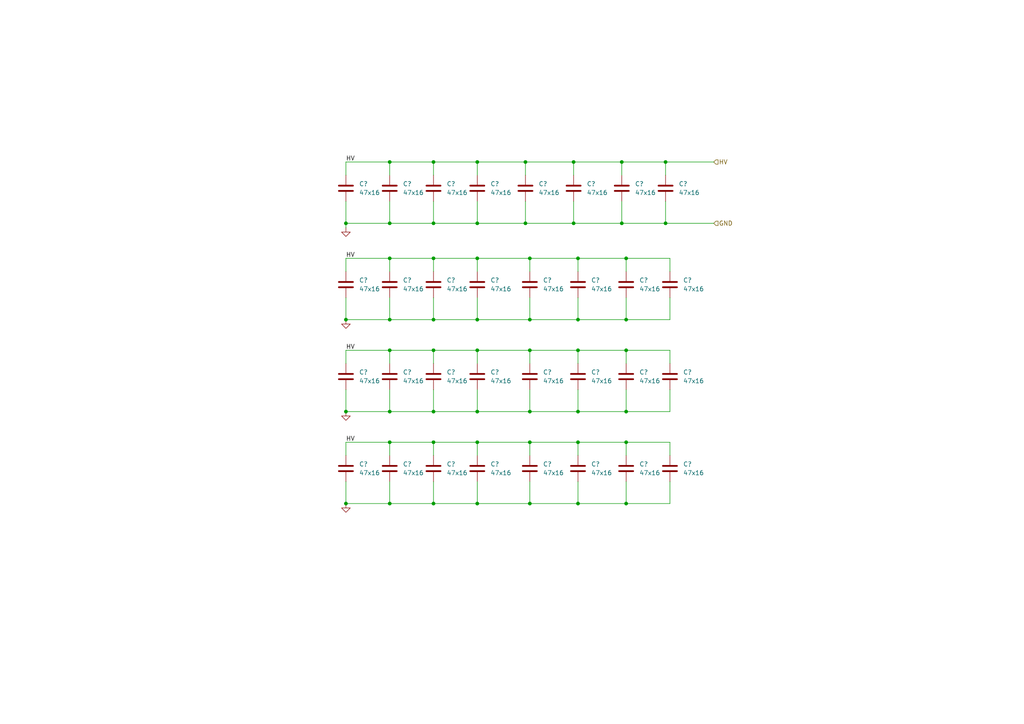
<source format=kicad_sch>
(kicad_sch
	(version 20231120)
	(generator "eeschema")
	(generator_version "8.0")
	(uuid "fed1c332-e928-41ce-a00d-0fa0cc15f0e1")
	(paper "A4")
	(lib_symbols
		(symbol "Device:C"
			(pin_numbers hide)
			(pin_names
				(offset 0.254)
			)
			(exclude_from_sim no)
			(in_bom yes)
			(on_board yes)
			(property "Reference" "C"
				(at 0.635 2.54 0)
				(effects
					(font
						(size 1.27 1.27)
					)
					(justify left)
				)
			)
			(property "Value" "C"
				(at 0.635 -2.54 0)
				(effects
					(font
						(size 1.27 1.27)
					)
					(justify left)
				)
			)
			(property "Footprint" ""
				(at 0.9652 -3.81 0)
				(effects
					(font
						(size 1.27 1.27)
					)
					(hide yes)
				)
			)
			(property "Datasheet" "~"
				(at 0 0 0)
				(effects
					(font
						(size 1.27 1.27)
					)
					(hide yes)
				)
			)
			(property "Description" "Unpolarized capacitor"
				(at 0 0 0)
				(effects
					(font
						(size 1.27 1.27)
					)
					(hide yes)
				)
			)
			(property "ki_keywords" "cap capacitor"
				(at 0 0 0)
				(effects
					(font
						(size 1.27 1.27)
					)
					(hide yes)
				)
			)
			(property "ki_fp_filters" "C_*"
				(at 0 0 0)
				(effects
					(font
						(size 1.27 1.27)
					)
					(hide yes)
				)
			)
			(symbol "C_0_1"
				(polyline
					(pts
						(xy -2.032 -0.762) (xy 2.032 -0.762)
					)
					(stroke
						(width 0.508)
						(type default)
					)
					(fill
						(type none)
					)
				)
				(polyline
					(pts
						(xy -2.032 0.762) (xy 2.032 0.762)
					)
					(stroke
						(width 0.508)
						(type default)
					)
					(fill
						(type none)
					)
				)
			)
			(symbol "C_1_1"
				(pin passive line
					(at 0 3.81 270)
					(length 2.794)
					(name "~"
						(effects
							(font
								(size 1.27 1.27)
							)
						)
					)
					(number "1"
						(effects
							(font
								(size 1.27 1.27)
							)
						)
					)
				)
				(pin passive line
					(at 0 -3.81 90)
					(length 2.794)
					(name "~"
						(effects
							(font
								(size 1.27 1.27)
							)
						)
					)
					(number "2"
						(effects
							(font
								(size 1.27 1.27)
							)
						)
					)
				)
			)
		)
		(symbol "power:GND"
			(power)
			(pin_names
				(offset 0)
			)
			(exclude_from_sim no)
			(in_bom yes)
			(on_board yes)
			(property "Reference" "#PWR"
				(at 0 -6.35 0)
				(effects
					(font
						(size 1.27 1.27)
					)
					(hide yes)
				)
			)
			(property "Value" "GND"
				(at 0 -3.81 0)
				(effects
					(font
						(size 1.27 1.27)
					)
				)
			)
			(property "Footprint" ""
				(at 0 0 0)
				(effects
					(font
						(size 1.27 1.27)
					)
					(hide yes)
				)
			)
			(property "Datasheet" ""
				(at 0 0 0)
				(effects
					(font
						(size 1.27 1.27)
					)
					(hide yes)
				)
			)
			(property "Description" "Power symbol creates a global label with name \"GND\" , ground"
				(at 0 0 0)
				(effects
					(font
						(size 1.27 1.27)
					)
					(hide yes)
				)
			)
			(property "ki_keywords" "power-flag"
				(at 0 0 0)
				(effects
					(font
						(size 1.27 1.27)
					)
					(hide yes)
				)
			)
			(symbol "GND_0_1"
				(polyline
					(pts
						(xy 0 0) (xy 0 -1.27) (xy 1.27 -1.27) (xy 0 -2.54) (xy -1.27 -1.27) (xy 0 -1.27)
					)
					(stroke
						(width 0)
						(type default)
					)
					(fill
						(type none)
					)
				)
			)
			(symbol "GND_1_1"
				(pin power_in line
					(at 0 0 270)
					(length 0) hide
					(name "GND"
						(effects
							(font
								(size 1.27 1.27)
							)
						)
					)
					(number "1"
						(effects
							(font
								(size 1.27 1.27)
							)
						)
					)
				)
			)
		)
	)
	(junction
		(at 193.04 64.77)
		(diameter 0)
		(color 0 0 0 0)
		(uuid "014ab28f-3b06-4941-b74f-b091a4bc4f8c")
	)
	(junction
		(at 152.4 64.77)
		(diameter 0)
		(color 0 0 0 0)
		(uuid "034b666e-c8a7-4b82-a834-86fc4a984a65")
	)
	(junction
		(at 180.34 46.99)
		(diameter 0)
		(color 0 0 0 0)
		(uuid "03cb015d-31cd-4b78-8ad9-b00dd23279bb")
	)
	(junction
		(at 100.33 92.71)
		(diameter 0)
		(color 0 0 0 0)
		(uuid "046f42a3-b1f0-4773-a7b6-0ba9161bb54b")
	)
	(junction
		(at 181.61 101.6)
		(diameter 0)
		(color 0 0 0 0)
		(uuid "0c891104-e9a9-41c9-944e-2b2972668fbd")
	)
	(junction
		(at 138.43 119.38)
		(diameter 0)
		(color 0 0 0 0)
		(uuid "0d48590c-9280-4c1d-bd56-b4b5a0068d30")
	)
	(junction
		(at 166.37 64.77)
		(diameter 0)
		(color 0 0 0 0)
		(uuid "0fb9ac1e-036e-4241-ab62-98f452cde161")
	)
	(junction
		(at 138.43 146.05)
		(diameter 0)
		(color 0 0 0 0)
		(uuid "13283741-2d37-40d2-b9d7-1da205dcc755")
	)
	(junction
		(at 125.73 101.6)
		(diameter 0)
		(color 0 0 0 0)
		(uuid "2084e30f-37f4-47fa-9e44-e67d26fd65c3")
	)
	(junction
		(at 167.64 146.05)
		(diameter 0)
		(color 0 0 0 0)
		(uuid "2f05609a-2f8e-4e20-b9bd-ae326ddf32cc")
	)
	(junction
		(at 153.67 92.71)
		(diameter 0)
		(color 0 0 0 0)
		(uuid "2fd63501-833f-4bb5-968c-09d14fa55d51")
	)
	(junction
		(at 125.73 74.93)
		(diameter 0)
		(color 0 0 0 0)
		(uuid "33465f0c-27f6-42c0-aea0-8d0be9fef0a9")
	)
	(junction
		(at 113.03 128.27)
		(diameter 0)
		(color 0 0 0 0)
		(uuid "3db3f4f1-d97b-4626-a8d0-5e34245f407f")
	)
	(junction
		(at 100.33 146.05)
		(diameter 0)
		(color 0 0 0 0)
		(uuid "44e37e8d-7c03-4d9a-b534-91695059f7f7")
	)
	(junction
		(at 167.64 119.38)
		(diameter 0)
		(color 0 0 0 0)
		(uuid "45df0d74-6cc3-4a7c-b765-1aca32ae3b92")
	)
	(junction
		(at 113.03 46.99)
		(diameter 0)
		(color 0 0 0 0)
		(uuid "4a130768-29b6-44f5-9bb0-a8d5438761fe")
	)
	(junction
		(at 153.67 119.38)
		(diameter 0)
		(color 0 0 0 0)
		(uuid "5bf8bb34-a68f-41c8-83ba-fa3bf76e5ce3")
	)
	(junction
		(at 113.03 64.77)
		(diameter 0)
		(color 0 0 0 0)
		(uuid "61496012-2713-4eee-92b5-59647b670a9b")
	)
	(junction
		(at 113.03 92.71)
		(diameter 0)
		(color 0 0 0 0)
		(uuid "66b6dfc3-8c1d-41aa-b664-798a8dc39d54")
	)
	(junction
		(at 125.73 146.05)
		(diameter 0)
		(color 0 0 0 0)
		(uuid "6714d01e-ef38-4892-9a72-740b03d837c9")
	)
	(junction
		(at 100.33 64.77)
		(diameter 0)
		(color 0 0 0 0)
		(uuid "7235e136-8256-4b8f-bba9-7a47151b4319")
	)
	(junction
		(at 153.67 128.27)
		(diameter 0)
		(color 0 0 0 0)
		(uuid "745b4541-4ca7-4d6c-b2c4-b4f13b1bc861")
	)
	(junction
		(at 138.43 92.71)
		(diameter 0)
		(color 0 0 0 0)
		(uuid "79fe208c-341b-4a85-a920-5db1753ba399")
	)
	(junction
		(at 167.64 92.71)
		(diameter 0)
		(color 0 0 0 0)
		(uuid "7ab50b38-d4b4-4949-9d27-f33965da9d3c")
	)
	(junction
		(at 193.04 46.99)
		(diameter 0)
		(color 0 0 0 0)
		(uuid "7b05c28e-c580-4917-8fc5-e0cb41d97f72")
	)
	(junction
		(at 153.67 146.05)
		(diameter 0)
		(color 0 0 0 0)
		(uuid "805fe9cc-2b97-42fe-a4d3-63880daeca08")
	)
	(junction
		(at 100.33 119.38)
		(diameter 0)
		(color 0 0 0 0)
		(uuid "82920dc7-788d-413f-9574-5db6df33f3c0")
	)
	(junction
		(at 181.61 74.93)
		(diameter 0)
		(color 0 0 0 0)
		(uuid "83b5445d-6308-4651-a4ae-9ff09a02b1ae")
	)
	(junction
		(at 166.37 46.99)
		(diameter 0)
		(color 0 0 0 0)
		(uuid "87c4b0a7-bbee-4d43-a49a-5ffae4d5e6d4")
	)
	(junction
		(at 167.64 101.6)
		(diameter 0)
		(color 0 0 0 0)
		(uuid "8e7ef6d9-b8bd-476e-90ea-9b2986870723")
	)
	(junction
		(at 125.73 92.71)
		(diameter 0)
		(color 0 0 0 0)
		(uuid "940c475f-20e1-45e9-95a3-2a516c25c34d")
	)
	(junction
		(at 181.61 119.38)
		(diameter 0)
		(color 0 0 0 0)
		(uuid "a28a8914-2cf8-4609-8f2a-29f40b9dff71")
	)
	(junction
		(at 138.43 74.93)
		(diameter 0)
		(color 0 0 0 0)
		(uuid "a2ad9e76-3d9e-4edc-a606-53eee4d246da")
	)
	(junction
		(at 138.43 128.27)
		(diameter 0)
		(color 0 0 0 0)
		(uuid "aebf1f8d-c3ed-4448-936b-9e8f88e184c5")
	)
	(junction
		(at 125.73 128.27)
		(diameter 0)
		(color 0 0 0 0)
		(uuid "af175c69-e786-4042-8e93-a28d1f5698a4")
	)
	(junction
		(at 167.64 74.93)
		(diameter 0)
		(color 0 0 0 0)
		(uuid "b0a0ec30-4955-413d-85be-f6358802f597")
	)
	(junction
		(at 180.34 64.77)
		(diameter 0)
		(color 0 0 0 0)
		(uuid "b1ac9403-4a63-4ab3-b425-c9dd3545cf80")
	)
	(junction
		(at 153.67 101.6)
		(diameter 0)
		(color 0 0 0 0)
		(uuid "b4632656-fae6-41c0-a588-51ec7b1609d8")
	)
	(junction
		(at 152.4 46.99)
		(diameter 0)
		(color 0 0 0 0)
		(uuid "b646e905-624b-450e-8e2c-75595cfadbd9")
	)
	(junction
		(at 181.61 92.71)
		(diameter 0)
		(color 0 0 0 0)
		(uuid "bf76d184-5243-4044-9681-cb23ce655da6")
	)
	(junction
		(at 181.61 146.05)
		(diameter 0)
		(color 0 0 0 0)
		(uuid "c1b93721-9652-4077-a963-a7303d38c15b")
	)
	(junction
		(at 113.03 146.05)
		(diameter 0)
		(color 0 0 0 0)
		(uuid "c36e667b-fe73-4177-b5ce-b83236d22933")
	)
	(junction
		(at 113.03 119.38)
		(diameter 0)
		(color 0 0 0 0)
		(uuid "c3a36163-4d99-4511-9d5a-bdb59b016a4d")
	)
	(junction
		(at 113.03 101.6)
		(diameter 0)
		(color 0 0 0 0)
		(uuid "c67d082e-e226-42ba-994a-a3afdbae6b4b")
	)
	(junction
		(at 153.67 74.93)
		(diameter 0)
		(color 0 0 0 0)
		(uuid "cb528de8-5601-44ea-b321-6a8be21029b0")
	)
	(junction
		(at 125.73 46.99)
		(diameter 0)
		(color 0 0 0 0)
		(uuid "cb75a25b-3fa7-4133-b562-86cdec23e44a")
	)
	(junction
		(at 113.03 74.93)
		(diameter 0)
		(color 0 0 0 0)
		(uuid "ccb414ee-6894-42dc-8ff6-562b48d927e7")
	)
	(junction
		(at 138.43 64.77)
		(diameter 0)
		(color 0 0 0 0)
		(uuid "d3112671-6491-4e79-9594-77a24090adc7")
	)
	(junction
		(at 167.64 128.27)
		(diameter 0)
		(color 0 0 0 0)
		(uuid "dd45acf0-c35e-4f0c-afc2-85bb1a07d2dd")
	)
	(junction
		(at 138.43 46.99)
		(diameter 0)
		(color 0 0 0 0)
		(uuid "e13acef7-67d8-4ee6-beb4-52f091697af5")
	)
	(junction
		(at 138.43 101.6)
		(diameter 0)
		(color 0 0 0 0)
		(uuid "e1b22f49-5c49-4f7d-a5bb-10bd304c2605")
	)
	(junction
		(at 125.73 64.77)
		(diameter 0)
		(color 0 0 0 0)
		(uuid "f3dfba59-9c31-4910-b775-5a3ee25e1c52")
	)
	(junction
		(at 181.61 128.27)
		(diameter 0)
		(color 0 0 0 0)
		(uuid "f708dec0-91ef-4b35-93d9-c5dccd69afde")
	)
	(junction
		(at 125.73 119.38)
		(diameter 0)
		(color 0 0 0 0)
		(uuid "f9a3559f-8d95-4ca9-ba6c-a06a6b3ca792")
	)
	(wire
		(pts
			(xy 138.43 101.6) (xy 138.43 105.41)
		)
		(stroke
			(width 0)
			(type default)
		)
		(uuid "01832084-9fd7-4536-97f1-313e340e3f24")
	)
	(wire
		(pts
			(xy 194.31 101.6) (xy 194.31 105.41)
		)
		(stroke
			(width 0)
			(type default)
		)
		(uuid "048eff1d-9e5d-4a20-ade3-13f0cad0925e")
	)
	(wire
		(pts
			(xy 113.03 139.7) (xy 113.03 146.05)
		)
		(stroke
			(width 0)
			(type default)
		)
		(uuid "065bd32e-1677-4c88-847d-9a46fdd46b00")
	)
	(wire
		(pts
			(xy 152.4 46.99) (xy 152.4 50.8)
		)
		(stroke
			(width 0)
			(type default)
		)
		(uuid "0986ab25-7bf2-4586-b2e2-eb56ae6bc259")
	)
	(wire
		(pts
			(xy 180.34 46.99) (xy 180.34 50.8)
		)
		(stroke
			(width 0)
			(type default)
		)
		(uuid "11622d60-dcea-447a-8a21-61918ab3b6d2")
	)
	(wire
		(pts
			(xy 167.64 92.71) (xy 181.61 92.71)
		)
		(stroke
			(width 0)
			(type default)
		)
		(uuid "12002efe-1b42-43f1-a2dd-51d99ef81c6f")
	)
	(wire
		(pts
			(xy 125.73 101.6) (xy 125.73 105.41)
		)
		(stroke
			(width 0)
			(type default)
		)
		(uuid "12ad5e30-6c23-42eb-a791-3155b6150556")
	)
	(wire
		(pts
			(xy 113.03 46.99) (xy 125.73 46.99)
		)
		(stroke
			(width 0)
			(type default)
		)
		(uuid "1996049e-cd1e-4d81-9bbb-936eaa661c33")
	)
	(wire
		(pts
			(xy 113.03 113.03) (xy 113.03 119.38)
		)
		(stroke
			(width 0)
			(type default)
		)
		(uuid "1ca291fa-2fa9-4465-9764-5a944f8b4304")
	)
	(wire
		(pts
			(xy 100.33 46.99) (xy 113.03 46.99)
		)
		(stroke
			(width 0)
			(type default)
		)
		(uuid "1cabbe1b-4b9e-43ef-a34d-9bfacbd46ebd")
	)
	(wire
		(pts
			(xy 153.67 113.03) (xy 153.67 119.38)
		)
		(stroke
			(width 0)
			(type default)
		)
		(uuid "1e14584a-4901-4f55-9dd3-ed1ec11c6b56")
	)
	(wire
		(pts
			(xy 138.43 74.93) (xy 138.43 78.74)
		)
		(stroke
			(width 0)
			(type default)
		)
		(uuid "1e219b32-1199-4950-898e-715e07375070")
	)
	(wire
		(pts
			(xy 167.64 146.05) (xy 181.61 146.05)
		)
		(stroke
			(width 0)
			(type default)
		)
		(uuid "1f4d00d6-8951-4457-8bba-b4a4f4172472")
	)
	(wire
		(pts
			(xy 113.03 46.99) (xy 113.03 50.8)
		)
		(stroke
			(width 0)
			(type default)
		)
		(uuid "25390822-f8e2-486f-8840-1f39e18083b1")
	)
	(wire
		(pts
			(xy 113.03 128.27) (xy 125.73 128.27)
		)
		(stroke
			(width 0)
			(type default)
		)
		(uuid "26529c00-c5b1-4ce3-bcb2-4042ed87ccb8")
	)
	(wire
		(pts
			(xy 180.34 58.42) (xy 180.34 64.77)
		)
		(stroke
			(width 0)
			(type default)
		)
		(uuid "279314fe-bd3f-439b-9920-6aca6838f7b8")
	)
	(wire
		(pts
			(xy 100.33 146.05) (xy 113.03 146.05)
		)
		(stroke
			(width 0)
			(type default)
		)
		(uuid "2cecdc94-40ae-45ad-87a4-3dfbb6f495ad")
	)
	(wire
		(pts
			(xy 113.03 92.71) (xy 125.73 92.71)
		)
		(stroke
			(width 0)
			(type default)
		)
		(uuid "33445c7f-a759-4891-a0f4-69e2556b12c3")
	)
	(wire
		(pts
			(xy 152.4 46.99) (xy 166.37 46.99)
		)
		(stroke
			(width 0)
			(type default)
		)
		(uuid "34124153-5700-45ad-8043-80fcac83f208")
	)
	(wire
		(pts
			(xy 138.43 113.03) (xy 138.43 119.38)
		)
		(stroke
			(width 0)
			(type default)
		)
		(uuid "351e1c9b-b019-4d36-8fa3-462bfaa58b94")
	)
	(wire
		(pts
			(xy 181.61 113.03) (xy 181.61 119.38)
		)
		(stroke
			(width 0)
			(type default)
		)
		(uuid "3664e154-a4bd-421e-a48f-0d1cb5f30f0f")
	)
	(wire
		(pts
			(xy 100.33 86.36) (xy 100.33 92.71)
		)
		(stroke
			(width 0)
			(type default)
		)
		(uuid "376c933e-abdc-4140-8219-efdcc88c4b4e")
	)
	(wire
		(pts
			(xy 113.03 86.36) (xy 113.03 92.71)
		)
		(stroke
			(width 0)
			(type default)
		)
		(uuid "38e02e5e-5074-4013-b142-73db2d027219")
	)
	(wire
		(pts
			(xy 125.73 128.27) (xy 125.73 132.08)
		)
		(stroke
			(width 0)
			(type default)
		)
		(uuid "3a66ec2f-94de-42f3-a907-a95bf3ae5f6c")
	)
	(wire
		(pts
			(xy 181.61 101.6) (xy 194.31 101.6)
		)
		(stroke
			(width 0)
			(type default)
		)
		(uuid "3e1fa015-16b6-4fcd-bac6-ecf0de6f728f")
	)
	(wire
		(pts
			(xy 194.31 139.7) (xy 194.31 146.05)
		)
		(stroke
			(width 0)
			(type default)
		)
		(uuid "3ea10e27-3a92-4c50-a15c-28fbcc4a8774")
	)
	(wire
		(pts
			(xy 194.31 113.03) (xy 194.31 119.38)
		)
		(stroke
			(width 0)
			(type default)
		)
		(uuid "436e9feb-f777-4c61-9873-5431b9363597")
	)
	(wire
		(pts
			(xy 181.61 86.36) (xy 181.61 92.71)
		)
		(stroke
			(width 0)
			(type default)
		)
		(uuid "4492e086-470e-4fe3-ad65-c5fd2660cf80")
	)
	(wire
		(pts
			(xy 100.33 64.77) (xy 113.03 64.77)
		)
		(stroke
			(width 0)
			(type default)
		)
		(uuid "44eaca44-d53b-4e53-9b6b-c44d5bb364f5")
	)
	(wire
		(pts
			(xy 100.33 78.74) (xy 100.33 74.93)
		)
		(stroke
			(width 0)
			(type default)
		)
		(uuid "468abefe-96e5-48dc-b948-21817a3ce296")
	)
	(wire
		(pts
			(xy 138.43 146.05) (xy 153.67 146.05)
		)
		(stroke
			(width 0)
			(type default)
		)
		(uuid "488366cc-560a-4371-8867-cc5cb9a6fed7")
	)
	(wire
		(pts
			(xy 100.33 132.08) (xy 100.33 128.27)
		)
		(stroke
			(width 0)
			(type default)
		)
		(uuid "4931276e-9ca0-4c0e-b108-dd03ce09fea8")
	)
	(wire
		(pts
			(xy 100.33 119.38) (xy 113.03 119.38)
		)
		(stroke
			(width 0)
			(type default)
		)
		(uuid "498565a7-a387-48c7-8da0-a38f62c5c98e")
	)
	(wire
		(pts
			(xy 181.61 74.93) (xy 194.31 74.93)
		)
		(stroke
			(width 0)
			(type default)
		)
		(uuid "49acf1fa-b88a-4625-bb0a-779b303392df")
	)
	(wire
		(pts
			(xy 166.37 58.42) (xy 166.37 64.77)
		)
		(stroke
			(width 0)
			(type default)
		)
		(uuid "4a20f104-061e-49f4-ac23-4b85f51ab236")
	)
	(wire
		(pts
			(xy 100.33 139.7) (xy 100.33 146.05)
		)
		(stroke
			(width 0)
			(type default)
		)
		(uuid "4a844b56-8f5e-449c-824a-a99bf0f688a7")
	)
	(wire
		(pts
			(xy 138.43 86.36) (xy 138.43 92.71)
		)
		(stroke
			(width 0)
			(type default)
		)
		(uuid "4b265394-a8cb-48de-9880-9189c558debf")
	)
	(wire
		(pts
			(xy 138.43 139.7) (xy 138.43 146.05)
		)
		(stroke
			(width 0)
			(type default)
		)
		(uuid "4d980e59-fe13-4495-b82b-1d3f1ff27cba")
	)
	(wire
		(pts
			(xy 193.04 64.77) (xy 207.01 64.77)
		)
		(stroke
			(width 0)
			(type default)
		)
		(uuid "4e8a8ac3-67e5-4b4b-b762-c14d4c1b79e9")
	)
	(wire
		(pts
			(xy 125.73 58.42) (xy 125.73 64.77)
		)
		(stroke
			(width 0)
			(type default)
		)
		(uuid "51976115-7a46-45ee-b462-ddd15d138782")
	)
	(wire
		(pts
			(xy 167.64 128.27) (xy 167.64 132.08)
		)
		(stroke
			(width 0)
			(type default)
		)
		(uuid "556ec47f-8bcb-41a5-a66d-d035ae06929b")
	)
	(wire
		(pts
			(xy 138.43 128.27) (xy 153.67 128.27)
		)
		(stroke
			(width 0)
			(type default)
		)
		(uuid "55a7d92c-434d-481b-af85-7800029dc173")
	)
	(wire
		(pts
			(xy 193.04 46.99) (xy 207.01 46.99)
		)
		(stroke
			(width 0)
			(type default)
		)
		(uuid "57cb26b3-9acf-45d2-9f63-dc977b068bb2")
	)
	(wire
		(pts
			(xy 153.67 139.7) (xy 153.67 146.05)
		)
		(stroke
			(width 0)
			(type default)
		)
		(uuid "5c6536b9-774b-4092-a897-1e1e8f9e7773")
	)
	(wire
		(pts
			(xy 180.34 46.99) (xy 193.04 46.99)
		)
		(stroke
			(width 0)
			(type default)
		)
		(uuid "5cb668e5-96c3-4814-98af-7576c2e82d93")
	)
	(wire
		(pts
			(xy 113.03 128.27) (xy 113.03 132.08)
		)
		(stroke
			(width 0)
			(type default)
		)
		(uuid "5d22ab13-91ab-4b20-8921-d1392c4d2b05")
	)
	(wire
		(pts
			(xy 167.64 101.6) (xy 167.64 105.41)
		)
		(stroke
			(width 0)
			(type default)
		)
		(uuid "5ea60d02-af4a-467e-b046-6d69102db813")
	)
	(wire
		(pts
			(xy 113.03 64.77) (xy 125.73 64.77)
		)
		(stroke
			(width 0)
			(type default)
		)
		(uuid "5ff57a08-c838-458c-939d-8494e2a0fa11")
	)
	(wire
		(pts
			(xy 125.73 146.05) (xy 138.43 146.05)
		)
		(stroke
			(width 0)
			(type default)
		)
		(uuid "61bdffd3-45c8-45ec-981d-ffc936c33701")
	)
	(wire
		(pts
			(xy 167.64 86.36) (xy 167.64 92.71)
		)
		(stroke
			(width 0)
			(type default)
		)
		(uuid "630703aa-7a12-4801-96e1-2be10edd98d8")
	)
	(wire
		(pts
			(xy 100.33 128.27) (xy 113.03 128.27)
		)
		(stroke
			(width 0)
			(type default)
		)
		(uuid "637ba497-3233-48a5-844e-88df44d12c55")
	)
	(wire
		(pts
			(xy 100.33 105.41) (xy 100.33 101.6)
		)
		(stroke
			(width 0)
			(type default)
		)
		(uuid "6382b8a3-3b8b-4cfa-8a8f-b1895610da51")
	)
	(wire
		(pts
			(xy 113.03 74.93) (xy 113.03 78.74)
		)
		(stroke
			(width 0)
			(type default)
		)
		(uuid "648506f1-0534-488b-848f-af7ec2cb7324")
	)
	(wire
		(pts
			(xy 166.37 64.77) (xy 180.34 64.77)
		)
		(stroke
			(width 0)
			(type default)
		)
		(uuid "653373d3-3c80-4a51-a2f7-044d4f065820")
	)
	(wire
		(pts
			(xy 167.64 128.27) (xy 181.61 128.27)
		)
		(stroke
			(width 0)
			(type default)
		)
		(uuid "68a4d8c2-ff44-4264-afed-0274aa6d50c8")
	)
	(wire
		(pts
			(xy 153.67 119.38) (xy 167.64 119.38)
		)
		(stroke
			(width 0)
			(type default)
		)
		(uuid "6906ff91-b40c-4afc-babf-0dc956dc6d52")
	)
	(wire
		(pts
			(xy 153.67 74.93) (xy 153.67 78.74)
		)
		(stroke
			(width 0)
			(type default)
		)
		(uuid "6b5bdda0-dedc-46c0-a2e1-993a53d73a9c")
	)
	(wire
		(pts
			(xy 100.33 50.8) (xy 100.33 46.99)
		)
		(stroke
			(width 0)
			(type default)
		)
		(uuid "6d936b77-63ea-44d4-9e89-40f8c51586bd")
	)
	(wire
		(pts
			(xy 194.31 74.93) (xy 194.31 78.74)
		)
		(stroke
			(width 0)
			(type default)
		)
		(uuid "70256170-e92d-4126-b054-4e8783d7c786")
	)
	(wire
		(pts
			(xy 113.03 101.6) (xy 113.03 105.41)
		)
		(stroke
			(width 0)
			(type default)
		)
		(uuid "780a807b-691c-465c-b884-e1e47dccb557")
	)
	(wire
		(pts
			(xy 167.64 113.03) (xy 167.64 119.38)
		)
		(stroke
			(width 0)
			(type default)
		)
		(uuid "78e9ee98-3bd9-45f7-935b-2a3d7b938dcd")
	)
	(wire
		(pts
			(xy 153.67 74.93) (xy 167.64 74.93)
		)
		(stroke
			(width 0)
			(type default)
		)
		(uuid "79ab7574-596f-4556-b7db-fbb70aafa83b")
	)
	(wire
		(pts
			(xy 153.67 146.05) (xy 167.64 146.05)
		)
		(stroke
			(width 0)
			(type default)
		)
		(uuid "7aa07771-a059-4d66-9bb6-2d096e477eeb")
	)
	(wire
		(pts
			(xy 138.43 119.38) (xy 153.67 119.38)
		)
		(stroke
			(width 0)
			(type default)
		)
		(uuid "7ae63382-7595-40be-a0ab-89b677c1090c")
	)
	(wire
		(pts
			(xy 181.61 128.27) (xy 181.61 132.08)
		)
		(stroke
			(width 0)
			(type default)
		)
		(uuid "7d340af5-f086-48c8-b17b-03431f5accfc")
	)
	(wire
		(pts
			(xy 113.03 74.93) (xy 125.73 74.93)
		)
		(stroke
			(width 0)
			(type default)
		)
		(uuid "7ee557f8-98f9-4bee-baca-973707ffa54b")
	)
	(wire
		(pts
			(xy 125.73 86.36) (xy 125.73 92.71)
		)
		(stroke
			(width 0)
			(type default)
		)
		(uuid "838294a4-02d7-4b15-ad95-dd73b4e608e6")
	)
	(wire
		(pts
			(xy 125.73 128.27) (xy 138.43 128.27)
		)
		(stroke
			(width 0)
			(type default)
		)
		(uuid "85312f35-8a75-47c5-997a-d8eaaf922a72")
	)
	(wire
		(pts
			(xy 166.37 46.99) (xy 180.34 46.99)
		)
		(stroke
			(width 0)
			(type default)
		)
		(uuid "8718f7d2-5f6f-4bbc-ad8c-fdd9523f43b8")
	)
	(wire
		(pts
			(xy 125.73 119.38) (xy 138.43 119.38)
		)
		(stroke
			(width 0)
			(type default)
		)
		(uuid "8c460433-b452-456f-9e59-eb0c914f1aaf")
	)
	(wire
		(pts
			(xy 100.33 113.03) (xy 100.33 119.38)
		)
		(stroke
			(width 0)
			(type default)
		)
		(uuid "8cb59b1c-fb1a-40ce-b117-68eb4e0ec4e8")
	)
	(wire
		(pts
			(xy 100.33 64.77) (xy 100.33 66.04)
		)
		(stroke
			(width 0)
			(type default)
		)
		(uuid "8d616636-b39a-48ad-8f96-c7553886bbc4")
	)
	(wire
		(pts
			(xy 153.67 86.36) (xy 153.67 92.71)
		)
		(stroke
			(width 0)
			(type default)
		)
		(uuid "8e0c9cc6-5470-4a33-a332-71af963e5f4f")
	)
	(wire
		(pts
			(xy 125.73 139.7) (xy 125.73 146.05)
		)
		(stroke
			(width 0)
			(type default)
		)
		(uuid "90c54310-f784-46d8-b993-8642c70ba3a9")
	)
	(wire
		(pts
			(xy 138.43 101.6) (xy 153.67 101.6)
		)
		(stroke
			(width 0)
			(type default)
		)
		(uuid "96898852-c5c5-4a45-b570-5c35f4295ddc")
	)
	(wire
		(pts
			(xy 100.33 74.93) (xy 113.03 74.93)
		)
		(stroke
			(width 0)
			(type default)
		)
		(uuid "98f0aee8-8296-4176-8301-3d7a6642162a")
	)
	(wire
		(pts
			(xy 113.03 101.6) (xy 125.73 101.6)
		)
		(stroke
			(width 0)
			(type default)
		)
		(uuid "9d370503-c8a4-446c-ae4e-4e6eafaef1be")
	)
	(wire
		(pts
			(xy 153.67 101.6) (xy 153.67 105.41)
		)
		(stroke
			(width 0)
			(type default)
		)
		(uuid "9e491d05-a92e-432d-840a-c65f0bddb0a9")
	)
	(wire
		(pts
			(xy 113.03 146.05) (xy 125.73 146.05)
		)
		(stroke
			(width 0)
			(type default)
		)
		(uuid "9f89a3d8-3260-4aea-98ed-9a2b6cad88e1")
	)
	(wire
		(pts
			(xy 125.73 46.99) (xy 138.43 46.99)
		)
		(stroke
			(width 0)
			(type default)
		)
		(uuid "a0055c92-6749-4af4-91c0-7bc30cebc589")
	)
	(wire
		(pts
			(xy 113.03 119.38) (xy 125.73 119.38)
		)
		(stroke
			(width 0)
			(type default)
		)
		(uuid "a0887bc9-8ed9-4c61-8689-864f9343d142")
	)
	(wire
		(pts
			(xy 138.43 74.93) (xy 153.67 74.93)
		)
		(stroke
			(width 0)
			(type default)
		)
		(uuid "a8d66522-f703-4796-b7c0-1979b581a867")
	)
	(wire
		(pts
			(xy 193.04 58.42) (xy 193.04 64.77)
		)
		(stroke
			(width 0)
			(type default)
		)
		(uuid "aaab1aab-d026-49e1-9318-96a513a406a1")
	)
	(wire
		(pts
			(xy 193.04 64.77) (xy 180.34 64.77)
		)
		(stroke
			(width 0)
			(type default)
		)
		(uuid "abb7b483-be61-43f9-b6d8-363c668b6180")
	)
	(wire
		(pts
			(xy 193.04 46.99) (xy 193.04 50.8)
		)
		(stroke
			(width 0)
			(type default)
		)
		(uuid "ad31b4f7-3cac-42b0-898a-338ed0bb1444")
	)
	(wire
		(pts
			(xy 166.37 46.99) (xy 166.37 50.8)
		)
		(stroke
			(width 0)
			(type default)
		)
		(uuid "b166ae04-b554-4669-878d-45ab61869598")
	)
	(wire
		(pts
			(xy 153.67 128.27) (xy 167.64 128.27)
		)
		(stroke
			(width 0)
			(type default)
		)
		(uuid "b2b92c6e-9df9-4280-bc9e-d9763188d4b2")
	)
	(wire
		(pts
			(xy 152.4 58.42) (xy 152.4 64.77)
		)
		(stroke
			(width 0)
			(type default)
		)
		(uuid "b2f0627d-d49b-48b3-92f8-1d76c9d5df90")
	)
	(wire
		(pts
			(xy 125.73 113.03) (xy 125.73 119.38)
		)
		(stroke
			(width 0)
			(type default)
		)
		(uuid "b4228410-93ca-4231-b161-493a589d588d")
	)
	(wire
		(pts
			(xy 153.67 92.71) (xy 167.64 92.71)
		)
		(stroke
			(width 0)
			(type default)
		)
		(uuid "b5fd6c7e-d97e-4ff8-80fc-eb9f0a020e4c")
	)
	(wire
		(pts
			(xy 100.33 58.42) (xy 100.33 64.77)
		)
		(stroke
			(width 0)
			(type default)
		)
		(uuid "bab26209-eb0c-44aa-8532-a3a9209ad01d")
	)
	(wire
		(pts
			(xy 153.67 128.27) (xy 153.67 132.08)
		)
		(stroke
			(width 0)
			(type default)
		)
		(uuid "bb9acba2-983e-48fa-bd2a-5112bd54645d")
	)
	(wire
		(pts
			(xy 138.43 58.42) (xy 138.43 64.77)
		)
		(stroke
			(width 0)
			(type default)
		)
		(uuid "bdac02cc-a212-4a5a-86e3-7d25ee556eb2")
	)
	(wire
		(pts
			(xy 181.61 139.7) (xy 181.61 146.05)
		)
		(stroke
			(width 0)
			(type default)
		)
		(uuid "bde90aec-e8e9-4770-b934-f819f059e410")
	)
	(wire
		(pts
			(xy 194.31 119.38) (xy 181.61 119.38)
		)
		(stroke
			(width 0)
			(type default)
		)
		(uuid "c60999ed-416f-4c0a-b4b1-1a56fdf315b0")
	)
	(wire
		(pts
			(xy 167.64 74.93) (xy 167.64 78.74)
		)
		(stroke
			(width 0)
			(type default)
		)
		(uuid "c801c222-4e58-4560-86ae-634ea8529729")
	)
	(wire
		(pts
			(xy 194.31 92.71) (xy 181.61 92.71)
		)
		(stroke
			(width 0)
			(type default)
		)
		(uuid "c824b2ed-2f36-4c08-9318-7b29c2894c02")
	)
	(wire
		(pts
			(xy 152.4 64.77) (xy 166.37 64.77)
		)
		(stroke
			(width 0)
			(type default)
		)
		(uuid "ca6154dd-c897-4681-80ab-3d7e0636334b")
	)
	(wire
		(pts
			(xy 138.43 46.99) (xy 152.4 46.99)
		)
		(stroke
			(width 0)
			(type default)
		)
		(uuid "cab8d7e3-1d5f-4e34-88f8-ce9fb7b5ac1c")
	)
	(wire
		(pts
			(xy 167.64 139.7) (xy 167.64 146.05)
		)
		(stroke
			(width 0)
			(type default)
		)
		(uuid "cd4eb9b0-6be6-496c-91ba-8df4b7630501")
	)
	(wire
		(pts
			(xy 125.73 101.6) (xy 138.43 101.6)
		)
		(stroke
			(width 0)
			(type default)
		)
		(uuid "d029aff6-66fb-4d96-bcab-ef323e2780ba")
	)
	(wire
		(pts
			(xy 181.61 128.27) (xy 194.31 128.27)
		)
		(stroke
			(width 0)
			(type default)
		)
		(uuid "d3cb4527-a360-4986-b7a5-4f1dd470c5d7")
	)
	(wire
		(pts
			(xy 125.73 46.99) (xy 125.73 50.8)
		)
		(stroke
			(width 0)
			(type default)
		)
		(uuid "d450bcf6-a738-4e65-b29f-0fe981d2c68c")
	)
	(wire
		(pts
			(xy 153.67 101.6) (xy 167.64 101.6)
		)
		(stroke
			(width 0)
			(type default)
		)
		(uuid "d59a493e-6090-4767-9cfb-93ee304d74a9")
	)
	(wire
		(pts
			(xy 125.73 92.71) (xy 138.43 92.71)
		)
		(stroke
			(width 0)
			(type default)
		)
		(uuid "dc169b20-1f31-488d-b92c-552e175efd17")
	)
	(wire
		(pts
			(xy 125.73 64.77) (xy 138.43 64.77)
		)
		(stroke
			(width 0)
			(type default)
		)
		(uuid "dc9f4ac6-2f0c-4802-813f-02c00e859f4d")
	)
	(wire
		(pts
			(xy 167.64 101.6) (xy 181.61 101.6)
		)
		(stroke
			(width 0)
			(type default)
		)
		(uuid "dd3ddf75-8a9c-4f34-b40c-c8da2e627e7f")
	)
	(wire
		(pts
			(xy 113.03 58.42) (xy 113.03 64.77)
		)
		(stroke
			(width 0)
			(type default)
		)
		(uuid "df75018d-609d-421a-8f41-86a2a9e13df3")
	)
	(wire
		(pts
			(xy 181.61 101.6) (xy 181.61 105.41)
		)
		(stroke
			(width 0)
			(type default)
		)
		(uuid "e6d01e3d-6cd2-4abf-805c-da7f90f15139")
	)
	(wire
		(pts
			(xy 194.31 146.05) (xy 181.61 146.05)
		)
		(stroke
			(width 0)
			(type default)
		)
		(uuid "e862bd6d-b947-4a1d-9971-d65affc211a0")
	)
	(wire
		(pts
			(xy 138.43 128.27) (xy 138.43 132.08)
		)
		(stroke
			(width 0)
			(type default)
		)
		(uuid "e9e1ce44-9c26-40a6-8686-54476de80e57")
	)
	(wire
		(pts
			(xy 125.73 74.93) (xy 138.43 74.93)
		)
		(stroke
			(width 0)
			(type default)
		)
		(uuid "ea53d2d3-75e0-4ab5-ba69-aaa0783a9c13")
	)
	(wire
		(pts
			(xy 181.61 74.93) (xy 181.61 78.74)
		)
		(stroke
			(width 0)
			(type default)
		)
		(uuid "ecf09a00-bdc3-4914-aa06-a38bcfb62225")
	)
	(wire
		(pts
			(xy 167.64 74.93) (xy 181.61 74.93)
		)
		(stroke
			(width 0)
			(type default)
		)
		(uuid "ee4e9acb-6605-49b1-bae9-84aa0df6f811")
	)
	(wire
		(pts
			(xy 138.43 64.77) (xy 152.4 64.77)
		)
		(stroke
			(width 0)
			(type default)
		)
		(uuid "f5b7ac2b-c437-4424-8ab9-1046157c340f")
	)
	(wire
		(pts
			(xy 138.43 46.99) (xy 138.43 50.8)
		)
		(stroke
			(width 0)
			(type default)
		)
		(uuid "f785cda4-09ff-41e2-b1e5-aadd7199b689")
	)
	(wire
		(pts
			(xy 194.31 128.27) (xy 194.31 132.08)
		)
		(stroke
			(width 0)
			(type default)
		)
		(uuid "f87d1fee-c9aa-45e0-9a84-4cf37abcda8f")
	)
	(wire
		(pts
			(xy 167.64 119.38) (xy 181.61 119.38)
		)
		(stroke
			(width 0)
			(type default)
		)
		(uuid "f91223f0-dff7-40c8-a715-7c4db31fea74")
	)
	(wire
		(pts
			(xy 125.73 74.93) (xy 125.73 78.74)
		)
		(stroke
			(width 0)
			(type default)
		)
		(uuid "f9dafe1a-d6a7-4518-953a-4b65793017f4")
	)
	(wire
		(pts
			(xy 100.33 92.71) (xy 113.03 92.71)
		)
		(stroke
			(width 0)
			(type default)
		)
		(uuid "fb89f312-7756-47ff-9f5e-9ae144a5a987")
	)
	(wire
		(pts
			(xy 138.43 92.71) (xy 153.67 92.71)
		)
		(stroke
			(width 0)
			(type default)
		)
		(uuid "fe058347-b5e7-4fb0-aa36-fa403e7a996f")
	)
	(wire
		(pts
			(xy 194.31 86.36) (xy 194.31 92.71)
		)
		(stroke
			(width 0)
			(type default)
		)
		(uuid "fee2cc75-b6f8-4eda-9667-fb28c72408d5")
	)
	(wire
		(pts
			(xy 100.33 101.6) (xy 113.03 101.6)
		)
		(stroke
			(width 0)
			(type default)
		)
		(uuid "fefead2a-0097-41d8-a7f5-3c3664ce620f")
	)
	(label "HV"
		(at 100.33 101.6 0)
		(fields_autoplaced yes)
		(effects
			(font
				(size 1.27 1.27)
			)
			(justify left bottom)
		)
		(uuid "5ad65c68-c95e-4cd6-b7b9-21ce2b560998")
	)
	(label "HV"
		(at 100.33 46.99 0)
		(fields_autoplaced yes)
		(effects
			(font
				(size 1.27 1.27)
			)
			(justify left bottom)
		)
		(uuid "69a4fa40-f7d8-4df7-8bcf-248f7fdcbc8c")
	)
	(label "HV"
		(at 100.33 128.27 0)
		(fields_autoplaced yes)
		(effects
			(font
				(size 1.27 1.27)
			)
			(justify left bottom)
		)
		(uuid "9ba36131-957e-4131-b399-dc2382868ee5")
	)
	(label "HV"
		(at 100.33 74.93 0)
		(fields_autoplaced yes)
		(effects
			(font
				(size 1.27 1.27)
			)
			(justify left bottom)
		)
		(uuid "ab0b7997-ec66-4490-bde7-d66b6803afa4")
	)
	(hierarchical_label "GND"
		(shape input)
		(at 207.01 64.77 0)
		(fields_autoplaced yes)
		(effects
			(font
				(size 1.27 1.27)
			)
			(justify left)
		)
		(uuid "11459df1-541d-4e6e-8b51-8e98634f4def")
	)
	(hierarchical_label "HV"
		(shape input)
		(at 207.01 46.99 0)
		(fields_autoplaced yes)
		(effects
			(font
				(size 1.27 1.27)
			)
			(justify left)
		)
		(uuid "1d068258-f460-4f37-985f-6cdb335a5cae")
	)
	(symbol
		(lib_id "Device:C")
		(at 100.33 82.55 180)
		(unit 1)
		(exclude_from_sim no)
		(in_bom yes)
		(on_board yes)
		(dnp no)
		(fields_autoplaced yes)
		(uuid "05378835-e4f2-41fd-994b-eb531d34dd1a")
		(property "Reference" "C?"
			(at 104.14 81.2799 0)
			(effects
				(font
					(size 1.27 1.27)
				)
				(justify right)
			)
		)
		(property "Value" "47x16"
			(at 104.14 83.8199 0)
			(effects
				(font
					(size 1.27 1.27)
				)
				(justify right)
			)
		)
		(property "Footprint" "Capacitor_SMD:C_1210_3225Metric"
			(at 99.3648 78.74 0)
			(effects
				(font
					(size 1.27 1.27)
				)
				(hide yes)
			)
		)
		(property "Datasheet" "~"
			(at 100.33 82.55 0)
			(effects
				(font
					(size 1.27 1.27)
				)
				(hide yes)
			)
		)
		(property "Description" ""
			(at 100.33 82.55 0)
			(effects
				(font
					(size 1.27 1.27)
				)
				(hide yes)
			)
		)
		(pin "1"
			(uuid "67e489ee-0ec7-4b33-8858-590ae172f399")
		)
		(pin "2"
			(uuid "9e5eafa8-890a-447e-945a-89a929229377")
		)
		(instances
			(project "Kampela"
				(path "/472e0f49-51e5-4b9c-a9f6-6aed0741c677/107d2fe5-3a51-4aa0-a4ed-d8d997e2d812"
					(reference "C?")
					(unit 1)
				)
			)
			(project "Kampela_G5"
				(path "/f1094595-086c-43ea-a0be-6f801d9d8744/66544aab-419b-42ce-b140-a8b6097cd9d6"
					(reference "C8")
					(unit 1)
				)
			)
		)
	)
	(symbol
		(lib_id "Device:C")
		(at 138.43 109.22 180)
		(unit 1)
		(exclude_from_sim no)
		(in_bom yes)
		(on_board yes)
		(dnp no)
		(fields_autoplaced yes)
		(uuid "0d3951ef-73fb-4f05-bb30-6a6ff1d21b32")
		(property "Reference" "C?"
			(at 142.24 107.9499 0)
			(effects
				(font
					(size 1.27 1.27)
				)
				(justify right)
			)
		)
		(property "Value" "47x16"
			(at 142.24 110.4899 0)
			(effects
				(font
					(size 1.27 1.27)
				)
				(justify right)
			)
		)
		(property "Footprint" "Capacitor_SMD:C_1210_3225Metric"
			(at 137.4648 105.41 0)
			(effects
				(font
					(size 1.27 1.27)
				)
				(hide yes)
			)
		)
		(property "Datasheet" "~"
			(at 138.43 109.22 0)
			(effects
				(font
					(size 1.27 1.27)
				)
				(hide yes)
			)
		)
		(property "Description" ""
			(at 138.43 109.22 0)
			(effects
				(font
					(size 1.27 1.27)
				)
				(hide yes)
			)
		)
		(pin "1"
			(uuid "2990f118-070d-4fcc-8f1b-1d1c1690fecf")
		)
		(pin "2"
			(uuid "c70afa87-daca-4888-9cd9-d499512eb0b0")
		)
		(instances
			(project "Kampela"
				(path "/472e0f49-51e5-4b9c-a9f6-6aed0741c677/107d2fe5-3a51-4aa0-a4ed-d8d997e2d812"
					(reference "C?")
					(unit 1)
				)
			)
			(project "Kampela_G5"
				(path "/f1094595-086c-43ea-a0be-6f801d9d8744/66544aab-419b-42ce-b140-a8b6097cd9d6"
					(reference "C65")
					(unit 1)
				)
			)
		)
	)
	(symbol
		(lib_id "Device:C")
		(at 138.43 82.55 180)
		(unit 1)
		(exclude_from_sim no)
		(in_bom yes)
		(on_board yes)
		(dnp no)
		(fields_autoplaced yes)
		(uuid "119615cf-7767-4e1f-a0f6-80937bfd3d9e")
		(property "Reference" "C?"
			(at 142.24 81.2799 0)
			(effects
				(font
					(size 1.27 1.27)
				)
				(justify right)
			)
		)
		(property "Value" "47x16"
			(at 142.24 83.8199 0)
			(effects
				(font
					(size 1.27 1.27)
				)
				(justify right)
			)
		)
		(property "Footprint" "Capacitor_SMD:C_1210_3225Metric"
			(at 137.4648 78.74 0)
			(effects
				(font
					(size 1.27 1.27)
				)
				(hide yes)
			)
		)
		(property "Datasheet" "~"
			(at 138.43 82.55 0)
			(effects
				(font
					(size 1.27 1.27)
				)
				(hide yes)
			)
		)
		(property "Description" ""
			(at 138.43 82.55 0)
			(effects
				(font
					(size 1.27 1.27)
				)
				(hide yes)
			)
		)
		(pin "1"
			(uuid "fff57de9-b712-46d5-a866-cfaa327c8d7d")
		)
		(pin "2"
			(uuid "9d8960c2-96f4-4df7-97dd-c21a06510fbe")
		)
		(instances
			(project "Kampela"
				(path "/472e0f49-51e5-4b9c-a9f6-6aed0741c677/107d2fe5-3a51-4aa0-a4ed-d8d997e2d812"
					(reference "C?")
					(unit 1)
				)
			)
			(project "Kampela_G5"
				(path "/f1094595-086c-43ea-a0be-6f801d9d8744/66544aab-419b-42ce-b140-a8b6097cd9d6"
					(reference "C63")
					(unit 1)
				)
			)
		)
	)
	(symbol
		(lib_id "Device:C")
		(at 181.61 109.22 180)
		(unit 1)
		(exclude_from_sim no)
		(in_bom yes)
		(on_board yes)
		(dnp no)
		(fields_autoplaced yes)
		(uuid "133f6a2b-8015-4a0e-87e6-bb93f503c1ca")
		(property "Reference" "C?"
			(at 185.42 107.9499 0)
			(effects
				(font
					(size 1.27 1.27)
				)
				(justify right)
			)
		)
		(property "Value" "47x16"
			(at 185.42 110.4899 0)
			(effects
				(font
					(size 1.27 1.27)
				)
				(justify right)
			)
		)
		(property "Footprint" "Capacitor_SMD:C_1210_3225Metric"
			(at 180.6448 105.41 0)
			(effects
				(font
					(size 1.27 1.27)
				)
				(hide yes)
			)
		)
		(property "Datasheet" "~"
			(at 181.61 109.22 0)
			(effects
				(font
					(size 1.27 1.27)
				)
				(hide yes)
			)
		)
		(property "Description" ""
			(at 181.61 109.22 0)
			(effects
				(font
					(size 1.27 1.27)
				)
				(hide yes)
			)
		)
		(pin "1"
			(uuid "7dd7b333-f1a6-424b-8b05-a62beee33a2a")
		)
		(pin "2"
			(uuid "a453919e-2739-4379-9bd4-d28cbac2ffd5")
		)
		(instances
			(project "Kampela"
				(path "/472e0f49-51e5-4b9c-a9f6-6aed0741c677/107d2fe5-3a51-4aa0-a4ed-d8d997e2d812"
					(reference "C?")
					(unit 1)
				)
			)
			(project "Kampela_G5"
				(path "/f1094595-086c-43ea-a0be-6f801d9d8744/66544aab-419b-42ce-b140-a8b6097cd9d6"
					(reference "C79")
					(unit 1)
				)
			)
		)
	)
	(symbol
		(lib_id "Device:C")
		(at 181.61 135.89 180)
		(unit 1)
		(exclude_from_sim no)
		(in_bom yes)
		(on_board yes)
		(dnp no)
		(fields_autoplaced yes)
		(uuid "1a63d193-830a-45a6-b999-bd2f520f8ecc")
		(property "Reference" "C?"
			(at 185.42 134.6199 0)
			(effects
				(font
					(size 1.27 1.27)
				)
				(justify right)
			)
		)
		(property "Value" "47x16"
			(at 185.42 137.1599 0)
			(effects
				(font
					(size 1.27 1.27)
				)
				(justify right)
			)
		)
		(property "Footprint" "Capacitor_SMD:C_1210_3225Metric"
			(at 180.6448 132.08 0)
			(effects
				(font
					(size 1.27 1.27)
				)
				(hide yes)
			)
		)
		(property "Datasheet" "~"
			(at 181.61 135.89 0)
			(effects
				(font
					(size 1.27 1.27)
				)
				(hide yes)
			)
		)
		(property "Description" ""
			(at 181.61 135.89 0)
			(effects
				(font
					(size 1.27 1.27)
				)
				(hide yes)
			)
		)
		(pin "1"
			(uuid "738979ca-a4bd-4078-b5a7-bd3710ee8139")
		)
		(pin "2"
			(uuid "9eac663d-0669-4e88-9fec-727ca14f145c")
		)
		(instances
			(project "Kampela"
				(path "/472e0f49-51e5-4b9c-a9f6-6aed0741c677/107d2fe5-3a51-4aa0-a4ed-d8d997e2d812"
					(reference "C?")
					(unit 1)
				)
			)
			(project "Kampela_G5"
				(path "/f1094595-086c-43ea-a0be-6f801d9d8744/66544aab-419b-42ce-b140-a8b6097cd9d6"
					(reference "C81")
					(unit 1)
				)
			)
		)
	)
	(symbol
		(lib_id "Device:C")
		(at 125.73 82.55 180)
		(unit 1)
		(exclude_from_sim no)
		(in_bom yes)
		(on_board yes)
		(dnp no)
		(fields_autoplaced yes)
		(uuid "3bd63f0b-debf-49f3-9c42-4a2b8f40e793")
		(property "Reference" "C?"
			(at 129.54 81.2799 0)
			(effects
				(font
					(size 1.27 1.27)
				)
				(justify right)
			)
		)
		(property "Value" "47x16"
			(at 129.54 83.8199 0)
			(effects
				(font
					(size 1.27 1.27)
				)
				(justify right)
			)
		)
		(property "Footprint" "Capacitor_SMD:C_1210_3225Metric"
			(at 124.7648 78.74 0)
			(effects
				(font
					(size 1.27 1.27)
				)
				(hide yes)
			)
		)
		(property "Datasheet" "~"
			(at 125.73 82.55 0)
			(effects
				(font
					(size 1.27 1.27)
				)
				(hide yes)
			)
		)
		(property "Description" ""
			(at 125.73 82.55 0)
			(effects
				(font
					(size 1.27 1.27)
				)
				(hide yes)
			)
		)
		(pin "1"
			(uuid "204b4f78-18c2-40ea-88c4-00e63db32501")
		)
		(pin "2"
			(uuid "2557cbb0-27e4-4b9c-9a6c-b08c744d71a0")
		)
		(instances
			(project "Kampela"
				(path "/472e0f49-51e5-4b9c-a9f6-6aed0741c677/107d2fe5-3a51-4aa0-a4ed-d8d997e2d812"
					(reference "C?")
					(unit 1)
				)
			)
			(project "Kampela_G5"
				(path "/f1094595-086c-43ea-a0be-6f801d9d8744/66544aab-419b-42ce-b140-a8b6097cd9d6"
					(reference "C59")
					(unit 1)
				)
			)
		)
	)
	(symbol
		(lib_id "power:GND")
		(at 100.33 92.71 0)
		(mirror y)
		(unit 1)
		(exclude_from_sim no)
		(in_bom yes)
		(on_board yes)
		(dnp no)
		(fields_autoplaced yes)
		(uuid "3be4367a-0a14-4741-95a3-5304d2bee5ba")
		(property "Reference" "#PWR?"
			(at 100.33 99.06 0)
			(effects
				(font
					(size 1.27 1.27)
				)
				(hide yes)
			)
		)
		(property "Value" "GND"
			(at 100.33 97.79 0)
			(effects
				(font
					(size 1.27 1.27)
				)
				(hide yes)
			)
		)
		(property "Footprint" ""
			(at 100.33 92.71 0)
			(effects
				(font
					(size 1.27 1.27)
				)
				(hide yes)
			)
		)
		(property "Datasheet" ""
			(at 100.33 92.71 0)
			(effects
				(font
					(size 1.27 1.27)
				)
				(hide yes)
			)
		)
		(property "Description" ""
			(at 100.33 92.71 0)
			(effects
				(font
					(size 1.27 1.27)
				)
				(hide yes)
			)
		)
		(pin "1"
			(uuid "cc0d37dc-a476-4d54-b538-04559cfe75f2")
		)
		(instances
			(project "Kampela"
				(path "/472e0f49-51e5-4b9c-a9f6-6aed0741c677/107d2fe5-3a51-4aa0-a4ed-d8d997e2d812"
					(reference "#PWR?")
					(unit 1)
				)
			)
			(project "Kampela_G5"
				(path "/f1094595-086c-43ea-a0be-6f801d9d8744/66544aab-419b-42ce-b140-a8b6097cd9d6"
					(reference "#PWR098")
					(unit 1)
				)
			)
		)
	)
	(symbol
		(lib_id "Device:C")
		(at 100.33 135.89 180)
		(unit 1)
		(exclude_from_sim no)
		(in_bom yes)
		(on_board yes)
		(dnp no)
		(fields_autoplaced yes)
		(uuid "3d0b8229-03c8-4e9b-a0da-22f3260ccad0")
		(property "Reference" "C?"
			(at 104.14 134.6199 0)
			(effects
				(font
					(size 1.27 1.27)
				)
				(justify right)
			)
		)
		(property "Value" "47x16"
			(at 104.14 137.1599 0)
			(effects
				(font
					(size 1.27 1.27)
				)
				(justify right)
			)
		)
		(property "Footprint" "Capacitor_SMD:C_1210_3225Metric"
			(at 99.3648 132.08 0)
			(effects
				(font
					(size 1.27 1.27)
				)
				(hide yes)
			)
		)
		(property "Datasheet" "~"
			(at 100.33 135.89 0)
			(effects
				(font
					(size 1.27 1.27)
				)
				(hide yes)
			)
		)
		(property "Description" ""
			(at 100.33 135.89 0)
			(effects
				(font
					(size 1.27 1.27)
				)
				(hide yes)
			)
		)
		(pin "1"
			(uuid "09edc9d1-1cc2-4b75-a432-defd49bbbe95")
		)
		(pin "2"
			(uuid "4ad784eb-6f01-48a4-a702-d0dbd195782f")
		)
		(instances
			(project "Kampela"
				(path "/472e0f49-51e5-4b9c-a9f6-6aed0741c677/107d2fe5-3a51-4aa0-a4ed-d8d997e2d812"
					(reference "C?")
					(unit 1)
				)
			)
			(project "Kampela_G5"
				(path "/f1094595-086c-43ea-a0be-6f801d9d8744/66544aab-419b-42ce-b140-a8b6097cd9d6"
					(reference "C11")
					(unit 1)
				)
			)
		)
	)
	(symbol
		(lib_id "Device:C")
		(at 138.43 135.89 180)
		(unit 1)
		(exclude_from_sim no)
		(in_bom yes)
		(on_board yes)
		(dnp no)
		(fields_autoplaced yes)
		(uuid "4afadd7b-34ae-4ec7-9298-49cb860f5527")
		(property "Reference" "C?"
			(at 142.24 134.6199 0)
			(effects
				(font
					(size 1.27 1.27)
				)
				(justify right)
			)
		)
		(property "Value" "47x16"
			(at 142.24 137.1599 0)
			(effects
				(font
					(size 1.27 1.27)
				)
				(justify right)
			)
		)
		(property "Footprint" "Capacitor_SMD:C_1210_3225Metric"
			(at 137.4648 132.08 0)
			(effects
				(font
					(size 1.27 1.27)
				)
				(hide yes)
			)
		)
		(property "Datasheet" "~"
			(at 138.43 135.89 0)
			(effects
				(font
					(size 1.27 1.27)
				)
				(hide yes)
			)
		)
		(property "Description" ""
			(at 138.43 135.89 0)
			(effects
				(font
					(size 1.27 1.27)
				)
				(hide yes)
			)
		)
		(pin "1"
			(uuid "92b347ba-16ed-4d7e-b146-56b32e8a7ac5")
		)
		(pin "2"
			(uuid "908340e0-9a58-47d3-9e8a-c2f7e3fd65fa")
		)
		(instances
			(project "Kampela"
				(path "/472e0f49-51e5-4b9c-a9f6-6aed0741c677/107d2fe5-3a51-4aa0-a4ed-d8d997e2d812"
					(reference "C?")
					(unit 1)
				)
			)
			(project "Kampela_G5"
				(path "/f1094595-086c-43ea-a0be-6f801d9d8744/66544aab-419b-42ce-b140-a8b6097cd9d6"
					(reference "C66")
					(unit 1)
				)
			)
		)
	)
	(symbol
		(lib_id "Device:C")
		(at 125.73 109.22 180)
		(unit 1)
		(exclude_from_sim no)
		(in_bom yes)
		(on_board yes)
		(dnp no)
		(fields_autoplaced yes)
		(uuid "4c6e5200-f3bd-4a03-9622-a8d303d4ba1b")
		(property "Reference" "C?"
			(at 129.54 107.9499 0)
			(effects
				(font
					(size 1.27 1.27)
				)
				(justify right)
			)
		)
		(property "Value" "47x16"
			(at 129.54 110.4899 0)
			(effects
				(font
					(size 1.27 1.27)
				)
				(justify right)
			)
		)
		(property "Footprint" "Capacitor_SMD:C_1210_3225Metric"
			(at 124.7648 105.41 0)
			(effects
				(font
					(size 1.27 1.27)
				)
				(hide yes)
			)
		)
		(property "Datasheet" "~"
			(at 125.73 109.22 0)
			(effects
				(font
					(size 1.27 1.27)
				)
				(hide yes)
			)
		)
		(property "Description" ""
			(at 125.73 109.22 0)
			(effects
				(font
					(size 1.27 1.27)
				)
				(hide yes)
			)
		)
		(pin "1"
			(uuid "47fa0a8a-4b4f-45e7-af4f-a1880fcfe26f")
		)
		(pin "2"
			(uuid "d8c96998-e596-4e7d-b9ce-bffa91fdfffa")
		)
		(instances
			(project "Kampela"
				(path "/472e0f49-51e5-4b9c-a9f6-6aed0741c677/107d2fe5-3a51-4aa0-a4ed-d8d997e2d812"
					(reference "C?")
					(unit 1)
				)
			)
			(project "Kampela_G5"
				(path "/f1094595-086c-43ea-a0be-6f801d9d8744/66544aab-419b-42ce-b140-a8b6097cd9d6"
					(reference "C60")
					(unit 1)
				)
			)
		)
	)
	(symbol
		(lib_id "Device:C")
		(at 167.64 135.89 180)
		(unit 1)
		(exclude_from_sim no)
		(in_bom yes)
		(on_board yes)
		(dnp no)
		(fields_autoplaced yes)
		(uuid "5151a291-857a-4061-9aec-f8b0e47cfac4")
		(property "Reference" "C?"
			(at 171.45 134.6199 0)
			(effects
				(font
					(size 1.27 1.27)
				)
				(justify right)
			)
		)
		(property "Value" "47x16"
			(at 171.45 137.1599 0)
			(effects
				(font
					(size 1.27 1.27)
				)
				(justify right)
			)
		)
		(property "Footprint" "Capacitor_SMD:C_1210_3225Metric"
			(at 166.6748 132.08 0)
			(effects
				(font
					(size 1.27 1.27)
				)
				(hide yes)
			)
		)
		(property "Datasheet" "~"
			(at 167.64 135.89 0)
			(effects
				(font
					(size 1.27 1.27)
				)
				(hide yes)
			)
		)
		(property "Description" ""
			(at 167.64 135.89 0)
			(effects
				(font
					(size 1.27 1.27)
				)
				(hide yes)
			)
		)
		(pin "1"
			(uuid "4277231e-f99a-4da4-b222-c47c83b07c3e")
		)
		(pin "2"
			(uuid "dc33eec4-8308-4692-81b5-fc3e0ec491ef")
		)
		(instances
			(project "Kampela"
				(path "/472e0f49-51e5-4b9c-a9f6-6aed0741c677/107d2fe5-3a51-4aa0-a4ed-d8d997e2d812"
					(reference "C?")
					(unit 1)
				)
			)
			(project "Kampela_G5"
				(path "/f1094595-086c-43ea-a0be-6f801d9d8744/66544aab-419b-42ce-b140-a8b6097cd9d6"
					(reference "C76")
					(unit 1)
				)
			)
		)
	)
	(symbol
		(lib_id "power:GND")
		(at 100.33 66.04 0)
		(mirror y)
		(unit 1)
		(exclude_from_sim no)
		(in_bom yes)
		(on_board yes)
		(dnp no)
		(fields_autoplaced yes)
		(uuid "661df795-d500-4d5b-afc2-ae522304d933")
		(property "Reference" "#PWR?"
			(at 100.33 72.39 0)
			(effects
				(font
					(size 1.27 1.27)
				)
				(hide yes)
			)
		)
		(property "Value" "GND"
			(at 100.33 71.12 0)
			(effects
				(font
					(size 1.27 1.27)
				)
				(hide yes)
			)
		)
		(property "Footprint" ""
			(at 100.33 66.04 0)
			(effects
				(font
					(size 1.27 1.27)
				)
				(hide yes)
			)
		)
		(property "Datasheet" ""
			(at 100.33 66.04 0)
			(effects
				(font
					(size 1.27 1.27)
				)
				(hide yes)
			)
		)
		(property "Description" ""
			(at 100.33 66.04 0)
			(effects
				(font
					(size 1.27 1.27)
				)
				(hide yes)
			)
		)
		(pin "1"
			(uuid "34f255c7-7227-4f90-b2bc-02a25c7bf200")
		)
		(instances
			(project "Kampela"
				(path "/472e0f49-51e5-4b9c-a9f6-6aed0741c677/107d2fe5-3a51-4aa0-a4ed-d8d997e2d812"
					(reference "#PWR?")
					(unit 1)
				)
			)
			(project "Kampela_G5"
				(path "/f1094595-086c-43ea-a0be-6f801d9d8744/66544aab-419b-42ce-b140-a8b6097cd9d6"
					(reference "#PWR023")
					(unit 1)
				)
			)
		)
	)
	(symbol
		(lib_id "power:GND")
		(at 100.33 146.05 0)
		(mirror y)
		(unit 1)
		(exclude_from_sim no)
		(in_bom yes)
		(on_board yes)
		(dnp no)
		(fields_autoplaced yes)
		(uuid "6d12d6a1-9f6d-454b-bb30-daa4fbaafc8b")
		(property "Reference" "#PWR?"
			(at 100.33 152.4 0)
			(effects
				(font
					(size 1.27 1.27)
				)
				(hide yes)
			)
		)
		(property "Value" "GND"
			(at 100.33 151.13 0)
			(effects
				(font
					(size 1.27 1.27)
				)
				(hide yes)
			)
		)
		(property "Footprint" ""
			(at 100.33 146.05 0)
			(effects
				(font
					(size 1.27 1.27)
				)
				(hide yes)
			)
		)
		(property "Datasheet" ""
			(at 100.33 146.05 0)
			(effects
				(font
					(size 1.27 1.27)
				)
				(hide yes)
			)
		)
		(property "Description" ""
			(at 100.33 146.05 0)
			(effects
				(font
					(size 1.27 1.27)
				)
				(hide yes)
			)
		)
		(pin "1"
			(uuid "8e37030d-8ea9-49fc-9a00-dae6288f64a8")
		)
		(instances
			(project "Kampela"
				(path "/472e0f49-51e5-4b9c-a9f6-6aed0741c677/107d2fe5-3a51-4aa0-a4ed-d8d997e2d812"
					(reference "#PWR?")
					(unit 1)
				)
			)
			(project "Kampela_G5"
				(path "/f1094595-086c-43ea-a0be-6f801d9d8744/66544aab-419b-42ce-b140-a8b6097cd9d6"
					(reference "#PWR0100")
					(unit 1)
				)
			)
		)
	)
	(symbol
		(lib_id "Device:C")
		(at 153.67 109.22 180)
		(unit 1)
		(exclude_from_sim no)
		(in_bom yes)
		(on_board yes)
		(dnp no)
		(fields_autoplaced yes)
		(uuid "72ce1c5b-bceb-4ebf-9d61-c9d000c913ab")
		(property "Reference" "C?"
			(at 157.48 107.9499 0)
			(effects
				(font
					(size 1.27 1.27)
				)
				(justify right)
			)
		)
		(property "Value" "47x16"
			(at 157.48 110.4899 0)
			(effects
				(font
					(size 1.27 1.27)
				)
				(justify right)
			)
		)
		(property "Footprint" "Capacitor_SMD:C_1210_3225Metric"
			(at 152.7048 105.41 0)
			(effects
				(font
					(size 1.27 1.27)
				)
				(hide yes)
			)
		)
		(property "Datasheet" "~"
			(at 153.67 109.22 0)
			(effects
				(font
					(size 1.27 1.27)
				)
				(hide yes)
			)
		)
		(property "Description" ""
			(at 153.67 109.22 0)
			(effects
				(font
					(size 1.27 1.27)
				)
				(hide yes)
			)
		)
		(pin "1"
			(uuid "16330bf6-c16d-4ca0-a67b-0f82336e9537")
		)
		(pin "2"
			(uuid "6acc47fa-1386-4c6f-ada5-5f0dfa6cd0e3")
		)
		(instances
			(project "Kampela"
				(path "/472e0f49-51e5-4b9c-a9f6-6aed0741c677/107d2fe5-3a51-4aa0-a4ed-d8d997e2d812"
					(reference "C?")
					(unit 1)
				)
			)
			(project "Kampela_G5"
				(path "/f1094595-086c-43ea-a0be-6f801d9d8744/66544aab-419b-42ce-b140-a8b6097cd9d6"
					(reference "C69")
					(unit 1)
				)
			)
		)
	)
	(symbol
		(lib_id "Device:C")
		(at 113.03 54.61 180)
		(unit 1)
		(exclude_from_sim no)
		(in_bom yes)
		(on_board yes)
		(dnp no)
		(fields_autoplaced yes)
		(uuid "7f73655c-29c7-483c-afb3-cf9584d6f104")
		(property "Reference" "C?"
			(at 116.84 53.3399 0)
			(effects
				(font
					(size 1.27 1.27)
				)
				(justify right)
			)
		)
		(property "Value" "47x16"
			(at 116.84 55.8799 0)
			(effects
				(font
					(size 1.27 1.27)
				)
				(justify right)
			)
		)
		(property "Footprint" "Capacitor_SMD:C_1210_3225Metric"
			(at 112.0648 50.8 0)
			(effects
				(font
					(size 1.27 1.27)
				)
				(hide yes)
			)
		)
		(property "Datasheet" "~"
			(at 113.03 54.61 0)
			(effects
				(font
					(size 1.27 1.27)
				)
				(hide yes)
			)
		)
		(property "Description" ""
			(at 113.03 54.61 0)
			(effects
				(font
					(size 1.27 1.27)
				)
				(hide yes)
			)
		)
		(pin "1"
			(uuid "4236fda4-5383-4673-a5df-42e2c35eea57")
		)
		(pin "2"
			(uuid "ee2c0945-dcf8-4b73-9f86-3f9417436296")
		)
		(instances
			(project "Kampela"
				(path "/472e0f49-51e5-4b9c-a9f6-6aed0741c677/107d2fe5-3a51-4aa0-a4ed-d8d997e2d812"
					(reference "C?")
					(unit 1)
				)
			)
			(project "Kampela_G5"
				(path "/f1094595-086c-43ea-a0be-6f801d9d8744/66544aab-419b-42ce-b140-a8b6097cd9d6"
					(reference "C13")
					(unit 1)
				)
			)
		)
	)
	(symbol
		(lib_id "Device:C")
		(at 194.31 135.89 180)
		(unit 1)
		(exclude_from_sim no)
		(in_bom yes)
		(on_board yes)
		(dnp no)
		(fields_autoplaced yes)
		(uuid "80ec9456-6b73-4e8e-be1c-d9d872faab25")
		(property "Reference" "C?"
			(at 198.12 134.6199 0)
			(effects
				(font
					(size 1.27 1.27)
				)
				(justify right)
			)
		)
		(property "Value" "47x16"
			(at 198.12 137.1599 0)
			(effects
				(font
					(size 1.27 1.27)
				)
				(justify right)
			)
		)
		(property "Footprint" "Capacitor_SMD:C_1210_3225Metric"
			(at 193.3448 132.08 0)
			(effects
				(font
					(size 1.27 1.27)
				)
				(hide yes)
			)
		)
		(property "Datasheet" "~"
			(at 194.31 135.89 0)
			(effects
				(font
					(size 1.27 1.27)
				)
				(hide yes)
			)
		)
		(property "Description" ""
			(at 194.31 135.89 0)
			(effects
				(font
					(size 1.27 1.27)
				)
				(hide yes)
			)
		)
		(pin "1"
			(uuid "8cc553f3-d299-4c46-aeca-8d1744407950")
		)
		(pin "2"
			(uuid "4adb5971-2710-4221-997f-8a8b869a61f2")
		)
		(instances
			(project "Kampela"
				(path "/472e0f49-51e5-4b9c-a9f6-6aed0741c677/107d2fe5-3a51-4aa0-a4ed-d8d997e2d812"
					(reference "C?")
					(unit 1)
				)
			)
			(project "Kampela_G5"
				(path "/f1094595-086c-43ea-a0be-6f801d9d8744/66544aab-419b-42ce-b140-a8b6097cd9d6"
					(reference "C85")
					(unit 1)
				)
			)
		)
	)
	(symbol
		(lib_id "Device:C")
		(at 100.33 54.61 180)
		(unit 1)
		(exclude_from_sim no)
		(in_bom yes)
		(on_board yes)
		(dnp no)
		(fields_autoplaced yes)
		(uuid "8185faf8-9de2-4688-a393-ca9d0af3df59")
		(property "Reference" "C?"
			(at 104.14 53.3399 0)
			(effects
				(font
					(size 1.27 1.27)
				)
				(justify right)
			)
		)
		(property "Value" "47x16"
			(at 104.14 55.8799 0)
			(effects
				(font
					(size 1.27 1.27)
				)
				(justify right)
			)
		)
		(property "Footprint" "Capacitor_SMD:C_1210_3225Metric"
			(at 99.3648 50.8 0)
			(effects
				(font
					(size 1.27 1.27)
				)
				(hide yes)
			)
		)
		(property "Datasheet" "~"
			(at 100.33 54.61 0)
			(effects
				(font
					(size 1.27 1.27)
				)
				(hide yes)
			)
		)
		(property "Description" ""
			(at 100.33 54.61 0)
			(effects
				(font
					(size 1.27 1.27)
				)
				(hide yes)
			)
		)
		(pin "1"
			(uuid "7f9cb67c-77f5-48a5-bedf-8c743b990ed2")
		)
		(pin "2"
			(uuid "9d9bd34b-ad55-4124-b18e-b74ac87cf331")
		)
		(instances
			(project "Kampela"
				(path "/472e0f49-51e5-4b9c-a9f6-6aed0741c677/107d2fe5-3a51-4aa0-a4ed-d8d997e2d812"
					(reference "C?")
					(unit 1)
				)
			)
			(project "Kampela_G5"
				(path "/f1094595-086c-43ea-a0be-6f801d9d8744/66544aab-419b-42ce-b140-a8b6097cd9d6"
					(reference "C6")
					(unit 1)
				)
			)
		)
	)
	(symbol
		(lib_id "Device:C")
		(at 100.33 109.22 180)
		(unit 1)
		(exclude_from_sim no)
		(in_bom yes)
		(on_board yes)
		(dnp no)
		(fields_autoplaced yes)
		(uuid "848f2b40-406f-48d0-910d-a6f083aaaec6")
		(property "Reference" "C?"
			(at 104.14 107.9499 0)
			(effects
				(font
					(size 1.27 1.27)
				)
				(justify right)
			)
		)
		(property "Value" "47x16"
			(at 104.14 110.4899 0)
			(effects
				(font
					(size 1.27 1.27)
				)
				(justify right)
			)
		)
		(property "Footprint" "Capacitor_SMD:C_1210_3225Metric"
			(at 99.3648 105.41 0)
			(effects
				(font
					(size 1.27 1.27)
				)
				(hide yes)
			)
		)
		(property "Datasheet" "~"
			(at 100.33 109.22 0)
			(effects
				(font
					(size 1.27 1.27)
				)
				(hide yes)
			)
		)
		(property "Description" ""
			(at 100.33 109.22 0)
			(effects
				(font
					(size 1.27 1.27)
				)
				(hide yes)
			)
		)
		(pin "1"
			(uuid "e2d2e933-56c3-4e48-8ed4-99a591f7a388")
		)
		(pin "2"
			(uuid "fcc7162b-6cff-43b6-8fea-dfd86172bb52")
		)
		(instances
			(project "Kampela"
				(path "/472e0f49-51e5-4b9c-a9f6-6aed0741c677/107d2fe5-3a51-4aa0-a4ed-d8d997e2d812"
					(reference "C?")
					(unit 1)
				)
			)
			(project "Kampela_G5"
				(path "/f1094595-086c-43ea-a0be-6f801d9d8744/66544aab-419b-42ce-b140-a8b6097cd9d6"
					(reference "C10")
					(unit 1)
				)
			)
		)
	)
	(symbol
		(lib_id "Device:C")
		(at 193.04 54.61 180)
		(unit 1)
		(exclude_from_sim no)
		(in_bom yes)
		(on_board yes)
		(dnp no)
		(fields_autoplaced yes)
		(uuid "87536164-ec2a-42a5-8b07-593920b496c7")
		(property "Reference" "C?"
			(at 196.85 53.3399 0)
			(effects
				(font
					(size 1.27 1.27)
				)
				(justify right)
			)
		)
		(property "Value" "47x16"
			(at 196.85 55.8799 0)
			(effects
				(font
					(size 1.27 1.27)
				)
				(justify right)
			)
		)
		(property "Footprint" "Capacitor_SMD:C_1210_3225Metric"
			(at 192.0748 50.8 0)
			(effects
				(font
					(size 1.27 1.27)
				)
				(hide yes)
			)
		)
		(property "Datasheet" "~"
			(at 193.04 54.61 0)
			(effects
				(font
					(size 1.27 1.27)
				)
				(hide yes)
			)
		)
		(property "Description" ""
			(at 193.04 54.61 0)
			(effects
				(font
					(size 1.27 1.27)
				)
				(hide yes)
			)
		)
		(pin "1"
			(uuid "c593bef9-db3b-447a-b121-14c093e6a97e")
		)
		(pin "2"
			(uuid "172ce348-1ba7-48f8-afe4-76e680f26551")
		)
		(instances
			(project "Kampela"
				(path "/472e0f49-51e5-4b9c-a9f6-6aed0741c677/107d2fe5-3a51-4aa0-a4ed-d8d997e2d812"
					(reference "C?")
					(unit 1)
				)
			)
			(project "Kampela_G5"
				(path "/f1094595-086c-43ea-a0be-6f801d9d8744/66544aab-419b-42ce-b140-a8b6097cd9d6"
					(reference "C82")
					(unit 1)
				)
			)
		)
	)
	(symbol
		(lib_id "Device:C")
		(at 138.43 54.61 180)
		(unit 1)
		(exclude_from_sim no)
		(in_bom yes)
		(on_board yes)
		(dnp no)
		(fields_autoplaced yes)
		(uuid "87a97a60-5f36-444d-b5d2-bf51153abdaa")
		(property "Reference" "C?"
			(at 142.24 53.3399 0)
			(effects
				(font
					(size 1.27 1.27)
				)
				(justify right)
			)
		)
		(property "Value" "47x16"
			(at 142.24 55.8799 0)
			(effects
				(font
					(size 1.27 1.27)
				)
				(justify right)
			)
		)
		(property "Footprint" "Capacitor_SMD:C_1210_3225Metric"
			(at 137.4648 50.8 0)
			(effects
				(font
					(size 1.27 1.27)
				)
				(hide yes)
			)
		)
		(property "Datasheet" "~"
			(at 138.43 54.61 0)
			(effects
				(font
					(size 1.27 1.27)
				)
				(hide yes)
			)
		)
		(property "Description" ""
			(at 138.43 54.61 0)
			(effects
				(font
					(size 1.27 1.27)
				)
				(hide yes)
			)
		)
		(pin "1"
			(uuid "b1de2b52-63b9-4e1d-b02d-f941daa09c32")
		)
		(pin "2"
			(uuid "2518874e-f1fc-41dc-b03b-ff0693f217ad")
		)
		(instances
			(project "Kampela"
				(path "/472e0f49-51e5-4b9c-a9f6-6aed0741c677/107d2fe5-3a51-4aa0-a4ed-d8d997e2d812"
					(reference "C?")
					(unit 1)
				)
			)
			(project "Kampela_G5"
				(path "/f1094595-086c-43ea-a0be-6f801d9d8744/66544aab-419b-42ce-b140-a8b6097cd9d6"
					(reference "C62")
					(unit 1)
				)
			)
		)
	)
	(symbol
		(lib_id "Device:C")
		(at 153.67 82.55 180)
		(unit 1)
		(exclude_from_sim no)
		(in_bom yes)
		(on_board yes)
		(dnp no)
		(fields_autoplaced yes)
		(uuid "962df67b-7cfb-4125-896f-95a7e6a475bd")
		(property "Reference" "C?"
			(at 157.48 81.2799 0)
			(effects
				(font
					(size 1.27 1.27)
				)
				(justify right)
			)
		)
		(property "Value" "47x16"
			(at 157.48 83.8199 0)
			(effects
				(font
					(size 1.27 1.27)
				)
				(justify right)
			)
		)
		(property "Footprint" "Capacitor_SMD:C_1210_3225Metric"
			(at 152.7048 78.74 0)
			(effects
				(font
					(size 1.27 1.27)
				)
				(hide yes)
			)
		)
		(property "Datasheet" "~"
			(at 153.67 82.55 0)
			(effects
				(font
					(size 1.27 1.27)
				)
				(hide yes)
			)
		)
		(property "Description" ""
			(at 153.67 82.55 0)
			(effects
				(font
					(size 1.27 1.27)
				)
				(hide yes)
			)
		)
		(pin "1"
			(uuid "67f8716f-3ec8-4f85-8ab2-f3e4941657b0")
		)
		(pin "2"
			(uuid "955a6540-3b7e-4e8d-900c-93b8ae729936")
		)
		(instances
			(project "Kampela"
				(path "/472e0f49-51e5-4b9c-a9f6-6aed0741c677/107d2fe5-3a51-4aa0-a4ed-d8d997e2d812"
					(reference "C?")
					(unit 1)
				)
			)
			(project "Kampela_G5"
				(path "/f1094595-086c-43ea-a0be-6f801d9d8744/66544aab-419b-42ce-b140-a8b6097cd9d6"
					(reference "C68")
					(unit 1)
				)
			)
		)
	)
	(symbol
		(lib_id "Device:C")
		(at 152.4 54.61 180)
		(unit 1)
		(exclude_from_sim no)
		(in_bom yes)
		(on_board yes)
		(dnp no)
		(fields_autoplaced yes)
		(uuid "991d2b8a-a153-4675-b12d-c0e2b1c44bb0")
		(property "Reference" "C?"
			(at 156.21 53.3399 0)
			(effects
				(font
					(size 1.27 1.27)
				)
				(justify right)
			)
		)
		(property "Value" "47x16"
			(at 156.21 55.8799 0)
			(effects
				(font
					(size 1.27 1.27)
				)
				(justify right)
			)
		)
		(property "Footprint" "Capacitor_SMD:C_1210_3225Metric"
			(at 151.4348 50.8 0)
			(effects
				(font
					(size 1.27 1.27)
				)
				(hide yes)
			)
		)
		(property "Datasheet" "~"
			(at 152.4 54.61 0)
			(effects
				(font
					(size 1.27 1.27)
				)
				(hide yes)
			)
		)
		(property "Description" ""
			(at 152.4 54.61 0)
			(effects
				(font
					(size 1.27 1.27)
				)
				(hide yes)
			)
		)
		(pin "1"
			(uuid "c2551bd8-5c40-4a13-9b8f-d7fd19d12fa7")
		)
		(pin "2"
			(uuid "7eb08f7b-cbc1-435c-9e51-7b3e977caaaa")
		)
		(instances
			(project "Kampela"
				(path "/472e0f49-51e5-4b9c-a9f6-6aed0741c677/107d2fe5-3a51-4aa0-a4ed-d8d997e2d812"
					(reference "C?")
					(unit 1)
				)
			)
			(project "Kampela_G5"
				(path "/f1094595-086c-43ea-a0be-6f801d9d8744/66544aab-419b-42ce-b140-a8b6097cd9d6"
					(reference "C67")
					(unit 1)
				)
			)
		)
	)
	(symbol
		(lib_id "Device:C")
		(at 167.64 82.55 180)
		(unit 1)
		(exclude_from_sim no)
		(in_bom yes)
		(on_board yes)
		(dnp no)
		(fields_autoplaced yes)
		(uuid "a5563351-b0fa-4fa2-bfdd-33c7f459d5d3")
		(property "Reference" "C?"
			(at 171.45 81.2799 0)
			(effects
				(font
					(size 1.27 1.27)
				)
				(justify right)
			)
		)
		(property "Value" "47x16"
			(at 171.45 83.8199 0)
			(effects
				(font
					(size 1.27 1.27)
				)
				(justify right)
			)
		)
		(property "Footprint" "Capacitor_SMD:C_1210_3225Metric"
			(at 166.6748 78.74 0)
			(effects
				(font
					(size 1.27 1.27)
				)
				(hide yes)
			)
		)
		(property "Datasheet" "~"
			(at 167.64 82.55 0)
			(effects
				(font
					(size 1.27 1.27)
				)
				(hide yes)
			)
		)
		(property "Description" ""
			(at 167.64 82.55 0)
			(effects
				(font
					(size 1.27 1.27)
				)
				(hide yes)
			)
		)
		(pin "1"
			(uuid "b64bd2ca-9085-4c65-a936-dae074fea781")
		)
		(pin "2"
			(uuid "ad0ca2b6-01f9-4cc8-bc51-e992c9aa0589")
		)
		(instances
			(project "Kampela"
				(path "/472e0f49-51e5-4b9c-a9f6-6aed0741c677/107d2fe5-3a51-4aa0-a4ed-d8d997e2d812"
					(reference "C?")
					(unit 1)
				)
			)
			(project "Kampela_G5"
				(path "/f1094595-086c-43ea-a0be-6f801d9d8744/66544aab-419b-42ce-b140-a8b6097cd9d6"
					(reference "C74")
					(unit 1)
				)
			)
		)
	)
	(symbol
		(lib_id "Device:C")
		(at 194.31 82.55 180)
		(unit 1)
		(exclude_from_sim no)
		(in_bom yes)
		(on_board yes)
		(dnp no)
		(fields_autoplaced yes)
		(uuid "b69b7e81-6202-4f22-98e1-6893e73981a4")
		(property "Reference" "C?"
			(at 198.12 81.2799 0)
			(effects
				(font
					(size 1.27 1.27)
				)
				(justify right)
			)
		)
		(property "Value" "47x16"
			(at 198.12 83.8199 0)
			(effects
				(font
					(size 1.27 1.27)
				)
				(justify right)
			)
		)
		(property "Footprint" "Capacitor_SMD:C_1210_3225Metric"
			(at 193.3448 78.74 0)
			(effects
				(font
					(size 1.27 1.27)
				)
				(hide yes)
			)
		)
		(property "Datasheet" "~"
			(at 194.31 82.55 0)
			(effects
				(font
					(size 1.27 1.27)
				)
				(hide yes)
			)
		)
		(property "Description" ""
			(at 194.31 82.55 0)
			(effects
				(font
					(size 1.27 1.27)
				)
				(hide yes)
			)
		)
		(pin "1"
			(uuid "88f64338-e171-4f8f-ae81-0f28df99bf59")
		)
		(pin "2"
			(uuid "9d88332c-253b-4e7e-b859-47161eedaf96")
		)
		(instances
			(project "Kampela"
				(path "/472e0f49-51e5-4b9c-a9f6-6aed0741c677/107d2fe5-3a51-4aa0-a4ed-d8d997e2d812"
					(reference "C?")
					(unit 1)
				)
			)
			(project "Kampela_G5"
				(path "/f1094595-086c-43ea-a0be-6f801d9d8744/66544aab-419b-42ce-b140-a8b6097cd9d6"
					(reference "C83")
					(unit 1)
				)
			)
		)
	)
	(symbol
		(lib_id "Device:C")
		(at 113.03 109.22 180)
		(unit 1)
		(exclude_from_sim no)
		(in_bom yes)
		(on_board yes)
		(dnp no)
		(fields_autoplaced yes)
		(uuid "b6be9fa9-6daf-40d1-8e58-7ff957be44bd")
		(property "Reference" "C?"
			(at 116.84 107.9499 0)
			(effects
				(font
					(size 1.27 1.27)
				)
				(justify right)
			)
		)
		(property "Value" "47x16"
			(at 116.84 110.4899 0)
			(effects
				(font
					(size 1.27 1.27)
				)
				(justify right)
			)
		)
		(property "Footprint" "Capacitor_SMD:C_1210_3225Metric"
			(at 112.0648 105.41 0)
			(effects
				(font
					(size 1.27 1.27)
				)
				(hide yes)
			)
		)
		(property "Datasheet" "~"
			(at 113.03 109.22 0)
			(effects
				(font
					(size 1.27 1.27)
				)
				(hide yes)
			)
		)
		(property "Description" ""
			(at 113.03 109.22 0)
			(effects
				(font
					(size 1.27 1.27)
				)
				(hide yes)
			)
		)
		(pin "1"
			(uuid "6d23a0ff-1358-41b6-9244-1088cfe0fc5b")
		)
		(pin "2"
			(uuid "25888c7e-bbfe-480c-a0c3-dbc795efdf00")
		)
		(instances
			(project "Kampela"
				(path "/472e0f49-51e5-4b9c-a9f6-6aed0741c677/107d2fe5-3a51-4aa0-a4ed-d8d997e2d812"
					(reference "C?")
					(unit 1)
				)
			)
			(project "Kampela_G5"
				(path "/f1094595-086c-43ea-a0be-6f801d9d8744/66544aab-419b-42ce-b140-a8b6097cd9d6"
					(reference "C17")
					(unit 1)
				)
			)
		)
	)
	(symbol
		(lib_id "Device:C")
		(at 166.37 54.61 180)
		(unit 1)
		(exclude_from_sim no)
		(in_bom yes)
		(on_board yes)
		(dnp no)
		(fields_autoplaced yes)
		(uuid "b6c89cbf-95e1-4b22-abcb-012e15cba90a")
		(property "Reference" "C?"
			(at 170.18 53.3399 0)
			(effects
				(font
					(size 1.27 1.27)
				)
				(justify right)
			)
		)
		(property "Value" "47x16"
			(at 170.18 55.8799 0)
			(effects
				(font
					(size 1.27 1.27)
				)
				(justify right)
			)
		)
		(property "Footprint" "Capacitor_SMD:C_1210_3225Metric"
			(at 165.4048 50.8 0)
			(effects
				(font
					(size 1.27 1.27)
				)
				(hide yes)
			)
		)
		(property "Datasheet" "~"
			(at 166.37 54.61 0)
			(effects
				(font
					(size 1.27 1.27)
				)
				(hide yes)
			)
		)
		(property "Description" ""
			(at 166.37 54.61 0)
			(effects
				(font
					(size 1.27 1.27)
				)
				(hide yes)
			)
		)
		(pin "1"
			(uuid "8f3aa36e-2169-4c52-9b33-369718dd1007")
		)
		(pin "2"
			(uuid "978c4677-0dd3-443a-afde-1d55bd54b508")
		)
		(instances
			(project "Kampela"
				(path "/472e0f49-51e5-4b9c-a9f6-6aed0741c677/107d2fe5-3a51-4aa0-a4ed-d8d997e2d812"
					(reference "C?")
					(unit 1)
				)
			)
			(project "Kampela_G5"
				(path "/f1094595-086c-43ea-a0be-6f801d9d8744/66544aab-419b-42ce-b140-a8b6097cd9d6"
					(reference "C71")
					(unit 1)
				)
			)
		)
	)
	(symbol
		(lib_id "Device:C")
		(at 153.67 135.89 180)
		(unit 1)
		(exclude_from_sim no)
		(in_bom yes)
		(on_board yes)
		(dnp no)
		(fields_autoplaced yes)
		(uuid "bd060c36-551b-4815-8b2a-b33794e0ebb7")
		(property "Reference" "C?"
			(at 157.48 134.6199 0)
			(effects
				(font
					(size 1.27 1.27)
				)
				(justify right)
			)
		)
		(property "Value" "47x16"
			(at 157.48 137.1599 0)
			(effects
				(font
					(size 1.27 1.27)
				)
				(justify right)
			)
		)
		(property "Footprint" "Capacitor_SMD:C_1210_3225Metric"
			(at 152.7048 132.08 0)
			(effects
				(font
					(size 1.27 1.27)
				)
				(hide yes)
			)
		)
		(property "Datasheet" "~"
			(at 153.67 135.89 0)
			(effects
				(font
					(size 1.27 1.27)
				)
				(hide yes)
			)
		)
		(property "Description" ""
			(at 153.67 135.89 0)
			(effects
				(font
					(size 1.27 1.27)
				)
				(hide yes)
			)
		)
		(pin "1"
			(uuid "fbfc8fc0-1c2e-4142-a14d-a88fad6af683")
		)
		(pin "2"
			(uuid "f2e321ce-4441-4660-b499-89e067de1c7a")
		)
		(instances
			(project "Kampela"
				(path "/472e0f49-51e5-4b9c-a9f6-6aed0741c677/107d2fe5-3a51-4aa0-a4ed-d8d997e2d812"
					(reference "C?")
					(unit 1)
				)
			)
			(project "Kampela_G5"
				(path "/f1094595-086c-43ea-a0be-6f801d9d8744/66544aab-419b-42ce-b140-a8b6097cd9d6"
					(reference "C70")
					(unit 1)
				)
			)
		)
	)
	(symbol
		(lib_id "Device:C")
		(at 181.61 82.55 180)
		(unit 1)
		(exclude_from_sim no)
		(in_bom yes)
		(on_board yes)
		(dnp no)
		(fields_autoplaced yes)
		(uuid "c0807c7d-10cd-42d1-af12-806afccce6a5")
		(property "Reference" "C?"
			(at 185.42 81.2799 0)
			(effects
				(font
					(size 1.27 1.27)
				)
				(justify right)
			)
		)
		(property "Value" "47x16"
			(at 185.42 83.8199 0)
			(effects
				(font
					(size 1.27 1.27)
				)
				(justify right)
			)
		)
		(property "Footprint" "Capacitor_SMD:C_1210_3225Metric"
			(at 180.6448 78.74 0)
			(effects
				(font
					(size 1.27 1.27)
				)
				(hide yes)
			)
		)
		(property "Datasheet" "~"
			(at 181.61 82.55 0)
			(effects
				(font
					(size 1.27 1.27)
				)
				(hide yes)
			)
		)
		(property "Description" ""
			(at 181.61 82.55 0)
			(effects
				(font
					(size 1.27 1.27)
				)
				(hide yes)
			)
		)
		(pin "1"
			(uuid "d882dfd5-a721-44ef-bd4b-082a4db2a9ff")
		)
		(pin "2"
			(uuid "7d047936-e4ec-47b2-970a-07d480a28c2e")
		)
		(instances
			(project "Kampela"
				(path "/472e0f49-51e5-4b9c-a9f6-6aed0741c677/107d2fe5-3a51-4aa0-a4ed-d8d997e2d812"
					(reference "C?")
					(unit 1)
				)
			)
			(project "Kampela_G5"
				(path "/f1094595-086c-43ea-a0be-6f801d9d8744/66544aab-419b-42ce-b140-a8b6097cd9d6"
					(reference "C78")
					(unit 1)
				)
			)
		)
	)
	(symbol
		(lib_id "power:GND")
		(at 100.33 119.38 0)
		(mirror y)
		(unit 1)
		(exclude_from_sim no)
		(in_bom yes)
		(on_board yes)
		(dnp no)
		(fields_autoplaced yes)
		(uuid "d208ea4a-7df1-4eb9-b887-7fbe78c93763")
		(property "Reference" "#PWR?"
			(at 100.33 125.73 0)
			(effects
				(font
					(size 1.27 1.27)
				)
				(hide yes)
			)
		)
		(property "Value" "GND"
			(at 100.33 124.46 0)
			(effects
				(font
					(size 1.27 1.27)
				)
				(hide yes)
			)
		)
		(property "Footprint" ""
			(at 100.33 119.38 0)
			(effects
				(font
					(size 1.27 1.27)
				)
				(hide yes)
			)
		)
		(property "Datasheet" ""
			(at 100.33 119.38 0)
			(effects
				(font
					(size 1.27 1.27)
				)
				(hide yes)
			)
		)
		(property "Description" ""
			(at 100.33 119.38 0)
			(effects
				(font
					(size 1.27 1.27)
				)
				(hide yes)
			)
		)
		(pin "1"
			(uuid "92e6ae79-4d6b-454f-9d98-feb5199a839e")
		)
		(instances
			(project "Kampela"
				(path "/472e0f49-51e5-4b9c-a9f6-6aed0741c677/107d2fe5-3a51-4aa0-a4ed-d8d997e2d812"
					(reference "#PWR?")
					(unit 1)
				)
			)
			(project "Kampela_G5"
				(path "/f1094595-086c-43ea-a0be-6f801d9d8744/66544aab-419b-42ce-b140-a8b6097cd9d6"
					(reference "#PWR099")
					(unit 1)
				)
			)
		)
	)
	(symbol
		(lib_id "Device:C")
		(at 125.73 135.89 180)
		(unit 1)
		(exclude_from_sim no)
		(in_bom yes)
		(on_board yes)
		(dnp no)
		(fields_autoplaced yes)
		(uuid "daa200f1-2d71-415f-b3d4-d1665912d66a")
		(property "Reference" "C?"
			(at 129.54 134.6199 0)
			(effects
				(font
					(size 1.27 1.27)
				)
				(justify right)
			)
		)
		(property "Value" "47x16"
			(at 129.54 137.1599 0)
			(effects
				(font
					(size 1.27 1.27)
				)
				(justify right)
			)
		)
		(property "Footprint" "Capacitor_SMD:C_1210_3225Metric"
			(at 124.7648 132.08 0)
			(effects
				(font
					(size 1.27 1.27)
				)
				(hide yes)
			)
		)
		(property "Datasheet" "~"
			(at 125.73 135.89 0)
			(effects
				(font
					(size 1.27 1.27)
				)
				(hide yes)
			)
		)
		(property "Description" ""
			(at 125.73 135.89 0)
			(effects
				(font
					(size 1.27 1.27)
				)
				(hide yes)
			)
		)
		(pin "1"
			(uuid "4ab53238-a5a8-4a86-87a6-13e9fb5574f3")
		)
		(pin "2"
			(uuid "dab37bd1-68f8-42ee-ab2b-9526e720adef")
		)
		(instances
			(project "Kampela"
				(path "/472e0f49-51e5-4b9c-a9f6-6aed0741c677/107d2fe5-3a51-4aa0-a4ed-d8d997e2d812"
					(reference "C?")
					(unit 1)
				)
			)
			(project "Kampela_G5"
				(path "/f1094595-086c-43ea-a0be-6f801d9d8744/66544aab-419b-42ce-b140-a8b6097cd9d6"
					(reference "C61")
					(unit 1)
				)
			)
		)
	)
	(symbol
		(lib_id "Device:C")
		(at 113.03 82.55 180)
		(unit 1)
		(exclude_from_sim no)
		(in_bom yes)
		(on_board yes)
		(dnp no)
		(fields_autoplaced yes)
		(uuid "daf35343-4682-480e-8f7c-23d364f8b949")
		(property "Reference" "C?"
			(at 116.84 81.2799 0)
			(effects
				(font
					(size 1.27 1.27)
				)
				(justify right)
			)
		)
		(property "Value" "47x16"
			(at 116.84 83.8199 0)
			(effects
				(font
					(size 1.27 1.27)
				)
				(justify right)
			)
		)
		(property "Footprint" "Capacitor_SMD:C_1210_3225Metric"
			(at 112.0648 78.74 0)
			(effects
				(font
					(size 1.27 1.27)
				)
				(hide yes)
			)
		)
		(property "Datasheet" "~"
			(at 113.03 82.55 0)
			(effects
				(font
					(size 1.27 1.27)
				)
				(hide yes)
			)
		)
		(property "Description" ""
			(at 113.03 82.55 0)
			(effects
				(font
					(size 1.27 1.27)
				)
				(hide yes)
			)
		)
		(pin "1"
			(uuid "dcfd4e6a-e364-425e-8c86-08d0fb3309c7")
		)
		(pin "2"
			(uuid "6f0f181e-42f5-46f4-b884-d33f5435d9f1")
		)
		(instances
			(project "Kampela"
				(path "/472e0f49-51e5-4b9c-a9f6-6aed0741c677/107d2fe5-3a51-4aa0-a4ed-d8d997e2d812"
					(reference "C?")
					(unit 1)
				)
			)
			(project "Kampela_G5"
				(path "/f1094595-086c-43ea-a0be-6f801d9d8744/66544aab-419b-42ce-b140-a8b6097cd9d6"
					(reference "C15")
					(unit 1)
				)
			)
		)
	)
	(symbol
		(lib_id "Device:C")
		(at 167.64 109.22 180)
		(unit 1)
		(exclude_from_sim no)
		(in_bom yes)
		(on_board yes)
		(dnp no)
		(fields_autoplaced yes)
		(uuid "dd46fb00-02f2-47c4-9a81-d4d3c63128dc")
		(property "Reference" "C?"
			(at 171.45 107.9499 0)
			(effects
				(font
					(size 1.27 1.27)
				)
				(justify right)
			)
		)
		(property "Value" "47x16"
			(at 171.45 110.4899 0)
			(effects
				(font
					(size 1.27 1.27)
				)
				(justify right)
			)
		)
		(property "Footprint" "Capacitor_SMD:C_1210_3225Metric"
			(at 166.6748 105.41 0)
			(effects
				(font
					(size 1.27 1.27)
				)
				(hide yes)
			)
		)
		(property "Datasheet" "~"
			(at 167.64 109.22 0)
			(effects
				(font
					(size 1.27 1.27)
				)
				(hide yes)
			)
		)
		(property "Description" ""
			(at 167.64 109.22 0)
			(effects
				(font
					(size 1.27 1.27)
				)
				(hide yes)
			)
		)
		(pin "1"
			(uuid "df0576c6-dd2e-424a-bab4-910d3931ebc9")
		)
		(pin "2"
			(uuid "08949ad1-2ef3-4fca-b995-87f33721602a")
		)
		(instances
			(project "Kampela"
				(path "/472e0f49-51e5-4b9c-a9f6-6aed0741c677/107d2fe5-3a51-4aa0-a4ed-d8d997e2d812"
					(reference "C?")
					(unit 1)
				)
			)
			(project "Kampela_G5"
				(path "/f1094595-086c-43ea-a0be-6f801d9d8744/66544aab-419b-42ce-b140-a8b6097cd9d6"
					(reference "C75")
					(unit 1)
				)
			)
		)
	)
	(symbol
		(lib_id "Device:C")
		(at 113.03 135.89 180)
		(unit 1)
		(exclude_from_sim no)
		(in_bom yes)
		(on_board yes)
		(dnp no)
		(fields_autoplaced yes)
		(uuid "de209e4f-6575-46c3-a75d-68b612f6ffb7")
		(property "Reference" "C?"
			(at 116.84 134.6199 0)
			(effects
				(font
					(size 1.27 1.27)
				)
				(justify right)
			)
		)
		(property "Value" "47x16"
			(at 116.84 137.1599 0)
			(effects
				(font
					(size 1.27 1.27)
				)
				(justify right)
			)
		)
		(property "Footprint" "Capacitor_SMD:C_1210_3225Metric"
			(at 112.0648 132.08 0)
			(effects
				(font
					(size 1.27 1.27)
				)
				(hide yes)
			)
		)
		(property "Datasheet" "~"
			(at 113.03 135.89 0)
			(effects
				(font
					(size 1.27 1.27)
				)
				(hide yes)
			)
		)
		(property "Description" ""
			(at 113.03 135.89 0)
			(effects
				(font
					(size 1.27 1.27)
				)
				(hide yes)
			)
		)
		(pin "1"
			(uuid "ae6c6e36-efdc-4d02-a739-25aecf24d1fd")
		)
		(pin "2"
			(uuid "b11ab6da-0d7b-4276-bc28-561dd1262ffe")
		)
		(instances
			(project "Kampela"
				(path "/472e0f49-51e5-4b9c-a9f6-6aed0741c677/107d2fe5-3a51-4aa0-a4ed-d8d997e2d812"
					(reference "C?")
					(unit 1)
				)
			)
			(project "Kampela_G5"
				(path "/f1094595-086c-43ea-a0be-6f801d9d8744/66544aab-419b-42ce-b140-a8b6097cd9d6"
					(reference "C19")
					(unit 1)
				)
			)
		)
	)
	(symbol
		(lib_id "Device:C")
		(at 194.31 109.22 180)
		(unit 1)
		(exclude_from_sim no)
		(in_bom yes)
		(on_board yes)
		(dnp no)
		(fields_autoplaced yes)
		(uuid "ded91e9d-8ebc-49ea-835f-2cd736b17ad3")
		(property "Reference" "C?"
			(at 198.12 107.9499 0)
			(effects
				(font
					(size 1.27 1.27)
				)
				(justify right)
			)
		)
		(property "Value" "47x16"
			(at 198.12 110.4899 0)
			(effects
				(font
					(size 1.27 1.27)
				)
				(justify right)
			)
		)
		(property "Footprint" "Capacitor_SMD:C_1210_3225Metric"
			(at 193.3448 105.41 0)
			(effects
				(font
					(size 1.27 1.27)
				)
				(hide yes)
			)
		)
		(property "Datasheet" "~"
			(at 194.31 109.22 0)
			(effects
				(font
					(size 1.27 1.27)
				)
				(hide yes)
			)
		)
		(property "Description" ""
			(at 194.31 109.22 0)
			(effects
				(font
					(size 1.27 1.27)
				)
				(hide yes)
			)
		)
		(pin "1"
			(uuid "fc465a9e-6132-488f-8f39-f59614214b14")
		)
		(pin "2"
			(uuid "4ba40f3d-9c35-4db6-b1c0-96d49a95171d")
		)
		(instances
			(project "Kampela"
				(path "/472e0f49-51e5-4b9c-a9f6-6aed0741c677/107d2fe5-3a51-4aa0-a4ed-d8d997e2d812"
					(reference "C?")
					(unit 1)
				)
			)
			(project "Kampela_G5"
				(path "/f1094595-086c-43ea-a0be-6f801d9d8744/66544aab-419b-42ce-b140-a8b6097cd9d6"
					(reference "C84")
					(unit 1)
				)
			)
		)
	)
	(symbol
		(lib_id "Device:C")
		(at 180.34 54.61 180)
		(unit 1)
		(exclude_from_sim no)
		(in_bom yes)
		(on_board yes)
		(dnp no)
		(fields_autoplaced yes)
		(uuid "f319a69d-4115-44ec-8803-25c57b9b34bf")
		(property "Reference" "C?"
			(at 184.15 53.3399 0)
			(effects
				(font
					(size 1.27 1.27)
				)
				(justify right)
			)
		)
		(property "Value" "47x16"
			(at 184.15 55.8799 0)
			(effects
				(font
					(size 1.27 1.27)
				)
				(justify right)
			)
		)
		(property "Footprint" "Capacitor_SMD:C_1210_3225Metric"
			(at 179.3748 50.8 0)
			(effects
				(font
					(size 1.27 1.27)
				)
				(hide yes)
			)
		)
		(property "Datasheet" "~"
			(at 180.34 54.61 0)
			(effects
				(font
					(size 1.27 1.27)
				)
				(hide yes)
			)
		)
		(property "Description" ""
			(at 180.34 54.61 0)
			(effects
				(font
					(size 1.27 1.27)
				)
				(hide yes)
			)
		)
		(pin "1"
			(uuid "b8474abe-9881-4df5-8b2a-7a86b5885072")
		)
		(pin "2"
			(uuid "01cb32d4-d93a-4f38-a5a0-89656107ef68")
		)
		(instances
			(project "Kampela"
				(path "/472e0f49-51e5-4b9c-a9f6-6aed0741c677/107d2fe5-3a51-4aa0-a4ed-d8d997e2d812"
					(reference "C?")
					(unit 1)
				)
			)
			(project "Kampela_G5"
				(path "/f1094595-086c-43ea-a0be-6f801d9d8744/66544aab-419b-42ce-b140-a8b6097cd9d6"
					(reference "C77")
					(unit 1)
				)
			)
		)
	)
	(symbol
		(lib_id "Device:C")
		(at 125.73 54.61 180)
		(unit 1)
		(exclude_from_sim no)
		(in_bom yes)
		(on_board yes)
		(dnp no)
		(fields_autoplaced yes)
		(uuid "faf050e9-1d7c-43a8-bb85-e0e819328e82")
		(property "Reference" "C?"
			(at 129.54 53.3399 0)
			(effects
				(font
					(size 1.27 1.27)
				)
				(justify right)
			)
		)
		(property "Value" "47x16"
			(at 129.54 55.8799 0)
			(effects
				(font
					(size 1.27 1.27)
				)
				(justify right)
			)
		)
		(property "Footprint" "Capacitor_SMD:C_1210_3225Metric"
			(at 124.7648 50.8 0)
			(effects
				(font
					(size 1.27 1.27)
				)
				(hide yes)
			)
		)
		(property "Datasheet" "~"
			(at 125.73 54.61 0)
			(effects
				(font
					(size 1.27 1.27)
				)
				(hide yes)
			)
		)
		(property "Description" ""
			(at 125.73 54.61 0)
			(effects
				(font
					(size 1.27 1.27)
				)
				(hide yes)
			)
		)
		(pin "1"
			(uuid "0d7e7d80-f294-40e3-83dc-df16d24ed297")
		)
		(pin "2"
			(uuid "813d9e45-63f2-4977-96c4-70dd8351b015")
		)
		(instances
			(project "Kampela"
				(path "/472e0f49-51e5-4b9c-a9f6-6aed0741c677/107d2fe5-3a51-4aa0-a4ed-d8d997e2d812"
					(reference "C?")
					(unit 1)
				)
			)
			(project "Kampela_G5"
				(path "/f1094595-086c-43ea-a0be-6f801d9d8744/66544aab-419b-42ce-b140-a8b6097cd9d6"
					(reference "C58")
					(unit 1)
				)
			)
		)
	)
)
</source>
